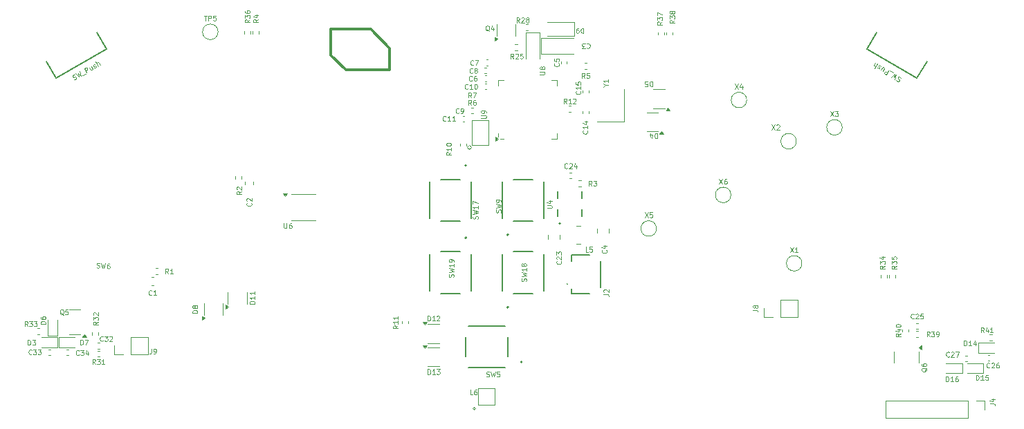
<source format=gbr>
%TF.GenerationSoftware,KiCad,Pcbnew,8.0.2*%
%TF.CreationDate,2024-10-28T19:38:45-07:00*%
%TF.ProjectId,UGC_OpenMain,5547435f-4f70-4656-9e4d-61696e2e6b69,rev?*%
%TF.SameCoordinates,Original*%
%TF.FileFunction,Legend,Top*%
%TF.FilePolarity,Positive*%
%FSLAX46Y46*%
G04 Gerber Fmt 4.6, Leading zero omitted, Abs format (unit mm)*
G04 Created by KiCad (PCBNEW 8.0.2) date 2024-10-28 19:38:45*
%MOMM*%
%LPD*%
G01*
G04 APERTURE LIST*
%ADD10C,0.100000*%
%ADD11C,0.120000*%
%ADD12C,0.350000*%
%ADD13C,0.127000*%
%ADD14C,0.200000*%
G04 APERTURE END LIST*
D10*
X272679987Y-135234560D02*
X272479987Y-134948846D01*
X272337130Y-135234560D02*
X272337130Y-134634560D01*
X272337130Y-134634560D02*
X272565701Y-134634560D01*
X272565701Y-134634560D02*
X272622844Y-134663131D01*
X272622844Y-134663131D02*
X272651415Y-134691703D01*
X272651415Y-134691703D02*
X272679987Y-134748846D01*
X272679987Y-134748846D02*
X272679987Y-134834560D01*
X272679987Y-134834560D02*
X272651415Y-134891703D01*
X272651415Y-134891703D02*
X272622844Y-134920274D01*
X272622844Y-134920274D02*
X272565701Y-134948846D01*
X272565701Y-134948846D02*
X272337130Y-134948846D01*
X272879987Y-134634560D02*
X273251415Y-134634560D01*
X273251415Y-134634560D02*
X273051415Y-134863131D01*
X273051415Y-134863131D02*
X273137130Y-134863131D01*
X273137130Y-134863131D02*
X273194273Y-134891703D01*
X273194273Y-134891703D02*
X273222844Y-134920274D01*
X273222844Y-134920274D02*
X273251415Y-134977417D01*
X273251415Y-134977417D02*
X273251415Y-135120274D01*
X273251415Y-135120274D02*
X273222844Y-135177417D01*
X273222844Y-135177417D02*
X273194273Y-135205989D01*
X273194273Y-135205989D02*
X273137130Y-135234560D01*
X273137130Y-135234560D02*
X272965701Y-135234560D01*
X272965701Y-135234560D02*
X272908558Y-135205989D01*
X272908558Y-135205989D02*
X272879987Y-135177417D01*
X273537130Y-135234560D02*
X273651416Y-135234560D01*
X273651416Y-135234560D02*
X273708559Y-135205989D01*
X273708559Y-135205989D02*
X273737130Y-135177417D01*
X273737130Y-135177417D02*
X273794273Y-135091703D01*
X273794273Y-135091703D02*
X273822844Y-134977417D01*
X273822844Y-134977417D02*
X273822844Y-134748846D01*
X273822844Y-134748846D02*
X273794273Y-134691703D01*
X273794273Y-134691703D02*
X273765702Y-134663131D01*
X273765702Y-134663131D02*
X273708559Y-134634560D01*
X273708559Y-134634560D02*
X273594273Y-134634560D01*
X273594273Y-134634560D02*
X273537130Y-134663131D01*
X273537130Y-134663131D02*
X273508559Y-134691703D01*
X273508559Y-134691703D02*
X273479987Y-134748846D01*
X273479987Y-134748846D02*
X273479987Y-134891703D01*
X273479987Y-134891703D02*
X273508559Y-134948846D01*
X273508559Y-134948846D02*
X273537130Y-134977417D01*
X273537130Y-134977417D02*
X273594273Y-135005989D01*
X273594273Y-135005989D02*
X273708559Y-135005989D01*
X273708559Y-135005989D02*
X273765702Y-134977417D01*
X273765702Y-134977417D02*
X273794273Y-134948846D01*
X273794273Y-134948846D02*
X273822844Y-134891703D01*
X233107828Y-124636199D02*
X233136400Y-124664771D01*
X233136400Y-124664771D02*
X233164971Y-124750485D01*
X233164971Y-124750485D02*
X233164971Y-124807628D01*
X233164971Y-124807628D02*
X233136400Y-124893342D01*
X233136400Y-124893342D02*
X233079257Y-124950485D01*
X233079257Y-124950485D02*
X233022114Y-124979056D01*
X233022114Y-124979056D02*
X232907828Y-125007628D01*
X232907828Y-125007628D02*
X232822114Y-125007628D01*
X232822114Y-125007628D02*
X232707828Y-124979056D01*
X232707828Y-124979056D02*
X232650685Y-124950485D01*
X232650685Y-124950485D02*
X232593542Y-124893342D01*
X232593542Y-124893342D02*
X232564971Y-124807628D01*
X232564971Y-124807628D02*
X232564971Y-124750485D01*
X232564971Y-124750485D02*
X232593542Y-124664771D01*
X232593542Y-124664771D02*
X232622114Y-124636199D01*
X232764971Y-124121914D02*
X233164971Y-124121914D01*
X232536400Y-124264771D02*
X232964971Y-124407628D01*
X232964971Y-124407628D02*
X232964971Y-124036199D01*
X268623371Y-126572914D02*
X268337657Y-126772914D01*
X268623371Y-126915771D02*
X268023371Y-126915771D01*
X268023371Y-126915771D02*
X268023371Y-126687200D01*
X268023371Y-126687200D02*
X268051942Y-126630057D01*
X268051942Y-126630057D02*
X268080514Y-126601486D01*
X268080514Y-126601486D02*
X268137657Y-126572914D01*
X268137657Y-126572914D02*
X268223371Y-126572914D01*
X268223371Y-126572914D02*
X268280514Y-126601486D01*
X268280514Y-126601486D02*
X268309085Y-126630057D01*
X268309085Y-126630057D02*
X268337657Y-126687200D01*
X268337657Y-126687200D02*
X268337657Y-126915771D01*
X268023371Y-126372914D02*
X268023371Y-126001486D01*
X268023371Y-126001486D02*
X268251942Y-126201486D01*
X268251942Y-126201486D02*
X268251942Y-126115771D01*
X268251942Y-126115771D02*
X268280514Y-126058629D01*
X268280514Y-126058629D02*
X268309085Y-126030057D01*
X268309085Y-126030057D02*
X268366228Y-126001486D01*
X268366228Y-126001486D02*
X268509085Y-126001486D01*
X268509085Y-126001486D02*
X268566228Y-126030057D01*
X268566228Y-126030057D02*
X268594800Y-126058629D01*
X268594800Y-126058629D02*
X268623371Y-126115771D01*
X268623371Y-126115771D02*
X268623371Y-126287200D01*
X268623371Y-126287200D02*
X268594800Y-126344343D01*
X268594800Y-126344343D02*
X268566228Y-126372914D01*
X268023371Y-125458628D02*
X268023371Y-125744342D01*
X268023371Y-125744342D02*
X268309085Y-125772914D01*
X268309085Y-125772914D02*
X268280514Y-125744342D01*
X268280514Y-125744342D02*
X268251942Y-125687200D01*
X268251942Y-125687200D02*
X268251942Y-125544342D01*
X268251942Y-125544342D02*
X268280514Y-125487200D01*
X268280514Y-125487200D02*
X268309085Y-125458628D01*
X268309085Y-125458628D02*
X268366228Y-125430057D01*
X268366228Y-125430057D02*
X268509085Y-125430057D01*
X268509085Y-125430057D02*
X268566228Y-125458628D01*
X268566228Y-125458628D02*
X268594800Y-125487200D01*
X268594800Y-125487200D02*
X268623371Y-125544342D01*
X268623371Y-125544342D02*
X268623371Y-125687200D01*
X268623371Y-125687200D02*
X268594800Y-125744342D01*
X268594800Y-125744342D02*
X268566228Y-125772914D01*
X179540000Y-127512371D02*
X179340000Y-127226657D01*
X179197143Y-127512371D02*
X179197143Y-126912371D01*
X179197143Y-126912371D02*
X179425714Y-126912371D01*
X179425714Y-126912371D02*
X179482857Y-126940942D01*
X179482857Y-126940942D02*
X179511428Y-126969514D01*
X179511428Y-126969514D02*
X179540000Y-127026657D01*
X179540000Y-127026657D02*
X179540000Y-127112371D01*
X179540000Y-127112371D02*
X179511428Y-127169514D01*
X179511428Y-127169514D02*
X179482857Y-127198085D01*
X179482857Y-127198085D02*
X179425714Y-127226657D01*
X179425714Y-127226657D02*
X179197143Y-127226657D01*
X180111428Y-127512371D02*
X179768571Y-127512371D01*
X179940000Y-127512371D02*
X179940000Y-126912371D01*
X179940000Y-126912371D02*
X179882857Y-126998085D01*
X179882857Y-126998085D02*
X179825714Y-127055228D01*
X179825714Y-127055228D02*
X179768571Y-127083800D01*
X280039728Y-139004860D02*
X280011156Y-139033432D01*
X280011156Y-139033432D02*
X279925442Y-139062003D01*
X279925442Y-139062003D02*
X279868299Y-139062003D01*
X279868299Y-139062003D02*
X279782585Y-139033432D01*
X279782585Y-139033432D02*
X279725442Y-138976289D01*
X279725442Y-138976289D02*
X279696871Y-138919146D01*
X279696871Y-138919146D02*
X279668299Y-138804860D01*
X279668299Y-138804860D02*
X279668299Y-138719146D01*
X279668299Y-138719146D02*
X279696871Y-138604860D01*
X279696871Y-138604860D02*
X279725442Y-138547717D01*
X279725442Y-138547717D02*
X279782585Y-138490574D01*
X279782585Y-138490574D02*
X279868299Y-138462003D01*
X279868299Y-138462003D02*
X279925442Y-138462003D01*
X279925442Y-138462003D02*
X280011156Y-138490574D01*
X280011156Y-138490574D02*
X280039728Y-138519146D01*
X280268299Y-138519146D02*
X280296871Y-138490574D01*
X280296871Y-138490574D02*
X280354014Y-138462003D01*
X280354014Y-138462003D02*
X280496871Y-138462003D01*
X280496871Y-138462003D02*
X280554014Y-138490574D01*
X280554014Y-138490574D02*
X280582585Y-138519146D01*
X280582585Y-138519146D02*
X280611156Y-138576289D01*
X280611156Y-138576289D02*
X280611156Y-138633432D01*
X280611156Y-138633432D02*
X280582585Y-138719146D01*
X280582585Y-138719146D02*
X280239728Y-139062003D01*
X280239728Y-139062003D02*
X280611156Y-139062003D01*
X281125443Y-138462003D02*
X281011157Y-138462003D01*
X281011157Y-138462003D02*
X280954014Y-138490574D01*
X280954014Y-138490574D02*
X280925443Y-138519146D01*
X280925443Y-138519146D02*
X280868300Y-138604860D01*
X280868300Y-138604860D02*
X280839728Y-138719146D01*
X280839728Y-138719146D02*
X280839728Y-138947717D01*
X280839728Y-138947717D02*
X280868300Y-139004860D01*
X280868300Y-139004860D02*
X280896871Y-139033432D01*
X280896871Y-139033432D02*
X280954014Y-139062003D01*
X280954014Y-139062003D02*
X281068300Y-139062003D01*
X281068300Y-139062003D02*
X281125443Y-139033432D01*
X281125443Y-139033432D02*
X281154014Y-139004860D01*
X281154014Y-139004860D02*
X281182585Y-138947717D01*
X281182585Y-138947717D02*
X281182585Y-138804860D01*
X281182585Y-138804860D02*
X281154014Y-138747717D01*
X281154014Y-138747717D02*
X281125443Y-138719146D01*
X281125443Y-138719146D02*
X281068300Y-138690574D01*
X281068300Y-138690574D02*
X280954014Y-138690574D01*
X280954014Y-138690574D02*
X280896871Y-138719146D01*
X280896871Y-138719146D02*
X280868300Y-138747717D01*
X280868300Y-138747717D02*
X280839728Y-138804860D01*
X230481200Y-103550371D02*
X230281200Y-103264657D01*
X230138343Y-103550371D02*
X230138343Y-102950371D01*
X230138343Y-102950371D02*
X230366914Y-102950371D01*
X230366914Y-102950371D02*
X230424057Y-102978942D01*
X230424057Y-102978942D02*
X230452628Y-103007514D01*
X230452628Y-103007514D02*
X230481200Y-103064657D01*
X230481200Y-103064657D02*
X230481200Y-103150371D01*
X230481200Y-103150371D02*
X230452628Y-103207514D01*
X230452628Y-103207514D02*
X230424057Y-103236085D01*
X230424057Y-103236085D02*
X230366914Y-103264657D01*
X230366914Y-103264657D02*
X230138343Y-103264657D01*
X231024057Y-102950371D02*
X230738343Y-102950371D01*
X230738343Y-102950371D02*
X230709771Y-103236085D01*
X230709771Y-103236085D02*
X230738343Y-103207514D01*
X230738343Y-103207514D02*
X230795486Y-103178942D01*
X230795486Y-103178942D02*
X230938343Y-103178942D01*
X230938343Y-103178942D02*
X230995486Y-103207514D01*
X230995486Y-103207514D02*
X231024057Y-103236085D01*
X231024057Y-103236085D02*
X231052628Y-103293228D01*
X231052628Y-103293228D02*
X231052628Y-103436085D01*
X231052628Y-103436085D02*
X231024057Y-103493228D01*
X231024057Y-103493228D02*
X230995486Y-103521800D01*
X230995486Y-103521800D02*
X230938343Y-103550371D01*
X230938343Y-103550371D02*
X230795486Y-103550371D01*
X230795486Y-103550371D02*
X230738343Y-103521800D01*
X230738343Y-103521800D02*
X230709771Y-103493228D01*
X275074285Y-137665228D02*
X275045713Y-137693800D01*
X275045713Y-137693800D02*
X274959999Y-137722371D01*
X274959999Y-137722371D02*
X274902856Y-137722371D01*
X274902856Y-137722371D02*
X274817142Y-137693800D01*
X274817142Y-137693800D02*
X274759999Y-137636657D01*
X274759999Y-137636657D02*
X274731428Y-137579514D01*
X274731428Y-137579514D02*
X274702856Y-137465228D01*
X274702856Y-137465228D02*
X274702856Y-137379514D01*
X274702856Y-137379514D02*
X274731428Y-137265228D01*
X274731428Y-137265228D02*
X274759999Y-137208085D01*
X274759999Y-137208085D02*
X274817142Y-137150942D01*
X274817142Y-137150942D02*
X274902856Y-137122371D01*
X274902856Y-137122371D02*
X274959999Y-137122371D01*
X274959999Y-137122371D02*
X275045713Y-137150942D01*
X275045713Y-137150942D02*
X275074285Y-137179514D01*
X275302856Y-137179514D02*
X275331428Y-137150942D01*
X275331428Y-137150942D02*
X275388571Y-137122371D01*
X275388571Y-137122371D02*
X275531428Y-137122371D01*
X275531428Y-137122371D02*
X275588571Y-137150942D01*
X275588571Y-137150942D02*
X275617142Y-137179514D01*
X275617142Y-137179514D02*
X275645713Y-137236657D01*
X275645713Y-137236657D02*
X275645713Y-137293800D01*
X275645713Y-137293800D02*
X275617142Y-137379514D01*
X275617142Y-137379514D02*
X275274285Y-137722371D01*
X275274285Y-137722371D02*
X275645713Y-137722371D01*
X275845714Y-137122371D02*
X276245714Y-137122371D01*
X276245714Y-137122371D02*
X275988571Y-137722371D01*
X241466826Y-96466211D02*
X241181112Y-96666211D01*
X241466826Y-96809068D02*
X240866826Y-96809068D01*
X240866826Y-96809068D02*
X240866826Y-96580497D01*
X240866826Y-96580497D02*
X240895397Y-96523354D01*
X240895397Y-96523354D02*
X240923969Y-96494783D01*
X240923969Y-96494783D02*
X240981112Y-96466211D01*
X240981112Y-96466211D02*
X241066826Y-96466211D01*
X241066826Y-96466211D02*
X241123969Y-96494783D01*
X241123969Y-96494783D02*
X241152540Y-96523354D01*
X241152540Y-96523354D02*
X241181112Y-96580497D01*
X241181112Y-96580497D02*
X241181112Y-96809068D01*
X240866826Y-96266211D02*
X240866826Y-95894783D01*
X240866826Y-95894783D02*
X241095397Y-96094783D01*
X241095397Y-96094783D02*
X241095397Y-96009068D01*
X241095397Y-96009068D02*
X241123969Y-95951926D01*
X241123969Y-95951926D02*
X241152540Y-95923354D01*
X241152540Y-95923354D02*
X241209683Y-95894783D01*
X241209683Y-95894783D02*
X241352540Y-95894783D01*
X241352540Y-95894783D02*
X241409683Y-95923354D01*
X241409683Y-95923354D02*
X241438255Y-95951926D01*
X241438255Y-95951926D02*
X241466826Y-96009068D01*
X241466826Y-96009068D02*
X241466826Y-96180497D01*
X241466826Y-96180497D02*
X241438255Y-96237640D01*
X241438255Y-96237640D02*
X241409683Y-96266211D01*
X241123969Y-95551925D02*
X241095397Y-95609068D01*
X241095397Y-95609068D02*
X241066826Y-95637639D01*
X241066826Y-95637639D02*
X241009683Y-95666211D01*
X241009683Y-95666211D02*
X240981112Y-95666211D01*
X240981112Y-95666211D02*
X240923969Y-95637639D01*
X240923969Y-95637639D02*
X240895397Y-95609068D01*
X240895397Y-95609068D02*
X240866826Y-95551925D01*
X240866826Y-95551925D02*
X240866826Y-95437639D01*
X240866826Y-95437639D02*
X240895397Y-95380497D01*
X240895397Y-95380497D02*
X240923969Y-95351925D01*
X240923969Y-95351925D02*
X240981112Y-95323354D01*
X240981112Y-95323354D02*
X241009683Y-95323354D01*
X241009683Y-95323354D02*
X241066826Y-95351925D01*
X241066826Y-95351925D02*
X241095397Y-95380497D01*
X241095397Y-95380497D02*
X241123969Y-95437639D01*
X241123969Y-95437639D02*
X241123969Y-95551925D01*
X241123969Y-95551925D02*
X241152540Y-95609068D01*
X241152540Y-95609068D02*
X241181112Y-95637639D01*
X241181112Y-95637639D02*
X241238255Y-95666211D01*
X241238255Y-95666211D02*
X241352540Y-95666211D01*
X241352540Y-95666211D02*
X241409683Y-95637639D01*
X241409683Y-95637639D02*
X241438255Y-95609068D01*
X241438255Y-95609068D02*
X241466826Y-95551925D01*
X241466826Y-95551925D02*
X241466826Y-95437639D01*
X241466826Y-95437639D02*
X241438255Y-95380497D01*
X241438255Y-95380497D02*
X241409683Y-95351925D01*
X241409683Y-95351925D02*
X241352540Y-95323354D01*
X241352540Y-95323354D02*
X241238255Y-95323354D01*
X241238255Y-95323354D02*
X241181112Y-95351925D01*
X241181112Y-95351925D02*
X241152540Y-95380497D01*
X241152540Y-95380497D02*
X241123969Y-95437639D01*
X162784285Y-137375228D02*
X162755713Y-137403800D01*
X162755713Y-137403800D02*
X162669999Y-137432371D01*
X162669999Y-137432371D02*
X162612856Y-137432371D01*
X162612856Y-137432371D02*
X162527142Y-137403800D01*
X162527142Y-137403800D02*
X162469999Y-137346657D01*
X162469999Y-137346657D02*
X162441428Y-137289514D01*
X162441428Y-137289514D02*
X162412856Y-137175228D01*
X162412856Y-137175228D02*
X162412856Y-137089514D01*
X162412856Y-137089514D02*
X162441428Y-136975228D01*
X162441428Y-136975228D02*
X162469999Y-136918085D01*
X162469999Y-136918085D02*
X162527142Y-136860942D01*
X162527142Y-136860942D02*
X162612856Y-136832371D01*
X162612856Y-136832371D02*
X162669999Y-136832371D01*
X162669999Y-136832371D02*
X162755713Y-136860942D01*
X162755713Y-136860942D02*
X162784285Y-136889514D01*
X162984285Y-136832371D02*
X163355713Y-136832371D01*
X163355713Y-136832371D02*
X163155713Y-137060942D01*
X163155713Y-137060942D02*
X163241428Y-137060942D01*
X163241428Y-137060942D02*
X163298571Y-137089514D01*
X163298571Y-137089514D02*
X163327142Y-137118085D01*
X163327142Y-137118085D02*
X163355713Y-137175228D01*
X163355713Y-137175228D02*
X163355713Y-137318085D01*
X163355713Y-137318085D02*
X163327142Y-137375228D01*
X163327142Y-137375228D02*
X163298571Y-137403800D01*
X163298571Y-137403800D02*
X163241428Y-137432371D01*
X163241428Y-137432371D02*
X163069999Y-137432371D01*
X163069999Y-137432371D02*
X163012856Y-137403800D01*
X163012856Y-137403800D02*
X162984285Y-137375228D01*
X163555714Y-136832371D02*
X163927142Y-136832371D01*
X163927142Y-136832371D02*
X163727142Y-137060942D01*
X163727142Y-137060942D02*
X163812857Y-137060942D01*
X163812857Y-137060942D02*
X163870000Y-137089514D01*
X163870000Y-137089514D02*
X163898571Y-137118085D01*
X163898571Y-137118085D02*
X163927142Y-137175228D01*
X163927142Y-137175228D02*
X163927142Y-137318085D01*
X163927142Y-137318085D02*
X163898571Y-137375228D01*
X163898571Y-137375228D02*
X163870000Y-137403800D01*
X163870000Y-137403800D02*
X163812857Y-137432371D01*
X163812857Y-137432371D02*
X163641428Y-137432371D01*
X163641428Y-137432371D02*
X163584285Y-137403800D01*
X163584285Y-137403800D02*
X163555714Y-137375228D01*
X251069571Y-131975200D02*
X251498142Y-131975200D01*
X251498142Y-131975200D02*
X251583857Y-132003771D01*
X251583857Y-132003771D02*
X251641000Y-132060914D01*
X251641000Y-132060914D02*
X251669571Y-132146628D01*
X251669571Y-132146628D02*
X251669571Y-132203771D01*
X251326714Y-131603771D02*
X251298142Y-131660914D01*
X251298142Y-131660914D02*
X251269571Y-131689485D01*
X251269571Y-131689485D02*
X251212428Y-131718057D01*
X251212428Y-131718057D02*
X251183857Y-131718057D01*
X251183857Y-131718057D02*
X251126714Y-131689485D01*
X251126714Y-131689485D02*
X251098142Y-131660914D01*
X251098142Y-131660914D02*
X251069571Y-131603771D01*
X251069571Y-131603771D02*
X251069571Y-131489485D01*
X251069571Y-131489485D02*
X251098142Y-131432343D01*
X251098142Y-131432343D02*
X251126714Y-131403771D01*
X251126714Y-131403771D02*
X251183857Y-131375200D01*
X251183857Y-131375200D02*
X251212428Y-131375200D01*
X251212428Y-131375200D02*
X251269571Y-131403771D01*
X251269571Y-131403771D02*
X251298142Y-131432343D01*
X251298142Y-131432343D02*
X251326714Y-131489485D01*
X251326714Y-131489485D02*
X251326714Y-131603771D01*
X251326714Y-131603771D02*
X251355285Y-131660914D01*
X251355285Y-131660914D02*
X251383857Y-131689485D01*
X251383857Y-131689485D02*
X251441000Y-131718057D01*
X251441000Y-131718057D02*
X251555285Y-131718057D01*
X251555285Y-131718057D02*
X251612428Y-131689485D01*
X251612428Y-131689485D02*
X251641000Y-131660914D01*
X251641000Y-131660914D02*
X251669571Y-131603771D01*
X251669571Y-131603771D02*
X251669571Y-131489485D01*
X251669571Y-131489485D02*
X251641000Y-131432343D01*
X251641000Y-131432343D02*
X251612428Y-131403771D01*
X251612428Y-131403771D02*
X251555285Y-131375200D01*
X251555285Y-131375200D02*
X251441000Y-131375200D01*
X251441000Y-131375200D02*
X251383857Y-131403771D01*
X251383857Y-131403771D02*
X251355285Y-131432343D01*
X251355285Y-131432343D02*
X251326714Y-131489485D01*
X230887600Y-124859371D02*
X230601886Y-124859371D01*
X230601886Y-124859371D02*
X230601886Y-124259371D01*
X231373314Y-124259371D02*
X231087600Y-124259371D01*
X231087600Y-124259371D02*
X231059028Y-124545085D01*
X231059028Y-124545085D02*
X231087600Y-124516514D01*
X231087600Y-124516514D02*
X231144743Y-124487942D01*
X231144743Y-124487942D02*
X231287600Y-124487942D01*
X231287600Y-124487942D02*
X231344743Y-124516514D01*
X231344743Y-124516514D02*
X231373314Y-124545085D01*
X231373314Y-124545085D02*
X231401885Y-124602228D01*
X231401885Y-124602228D02*
X231401885Y-124745085D01*
X231401885Y-124745085D02*
X231373314Y-124802228D01*
X231373314Y-124802228D02*
X231344743Y-124830800D01*
X231344743Y-124830800D02*
X231287600Y-124859371D01*
X231287600Y-124859371D02*
X231144743Y-124859371D01*
X231144743Y-124859371D02*
X231087600Y-124830800D01*
X231087600Y-124830800D02*
X231059028Y-124802228D01*
X216594671Y-106851954D02*
X216394671Y-106566240D01*
X216251814Y-106851954D02*
X216251814Y-106251954D01*
X216251814Y-106251954D02*
X216480385Y-106251954D01*
X216480385Y-106251954D02*
X216537528Y-106280525D01*
X216537528Y-106280525D02*
X216566099Y-106309097D01*
X216566099Y-106309097D02*
X216594671Y-106366240D01*
X216594671Y-106366240D02*
X216594671Y-106451954D01*
X216594671Y-106451954D02*
X216566099Y-106509097D01*
X216566099Y-106509097D02*
X216537528Y-106537668D01*
X216537528Y-106537668D02*
X216480385Y-106566240D01*
X216480385Y-106566240D02*
X216251814Y-106566240D01*
X217108957Y-106251954D02*
X216994671Y-106251954D01*
X216994671Y-106251954D02*
X216937528Y-106280525D01*
X216937528Y-106280525D02*
X216908957Y-106309097D01*
X216908957Y-106309097D02*
X216851814Y-106394811D01*
X216851814Y-106394811D02*
X216823242Y-106509097D01*
X216823242Y-106509097D02*
X216823242Y-106737668D01*
X216823242Y-106737668D02*
X216851814Y-106794811D01*
X216851814Y-106794811D02*
X216880385Y-106823383D01*
X216880385Y-106823383D02*
X216937528Y-106851954D01*
X216937528Y-106851954D02*
X217051814Y-106851954D01*
X217051814Y-106851954D02*
X217108957Y-106823383D01*
X217108957Y-106823383D02*
X217137528Y-106794811D01*
X217137528Y-106794811D02*
X217166099Y-106737668D01*
X217166099Y-106737668D02*
X217166099Y-106594811D01*
X217166099Y-106594811D02*
X217137528Y-106537668D01*
X217137528Y-106537668D02*
X217108957Y-106509097D01*
X217108957Y-106509097D02*
X217051814Y-106480525D01*
X217051814Y-106480525D02*
X216937528Y-106480525D01*
X216937528Y-106480525D02*
X216880385Y-106509097D01*
X216880385Y-106509097D02*
X216851814Y-106537668D01*
X216851814Y-106537668D02*
X216823242Y-106594811D01*
X229935228Y-105165714D02*
X229963800Y-105194286D01*
X229963800Y-105194286D02*
X229992371Y-105280000D01*
X229992371Y-105280000D02*
X229992371Y-105337143D01*
X229992371Y-105337143D02*
X229963800Y-105422857D01*
X229963800Y-105422857D02*
X229906657Y-105480000D01*
X229906657Y-105480000D02*
X229849514Y-105508571D01*
X229849514Y-105508571D02*
X229735228Y-105537143D01*
X229735228Y-105537143D02*
X229649514Y-105537143D01*
X229649514Y-105537143D02*
X229535228Y-105508571D01*
X229535228Y-105508571D02*
X229478085Y-105480000D01*
X229478085Y-105480000D02*
X229420942Y-105422857D01*
X229420942Y-105422857D02*
X229392371Y-105337143D01*
X229392371Y-105337143D02*
X229392371Y-105280000D01*
X229392371Y-105280000D02*
X229420942Y-105194286D01*
X229420942Y-105194286D02*
X229449514Y-105165714D01*
X229992371Y-104594286D02*
X229992371Y-104937143D01*
X229992371Y-104765714D02*
X229392371Y-104765714D01*
X229392371Y-104765714D02*
X229478085Y-104822857D01*
X229478085Y-104822857D02*
X229535228Y-104880000D01*
X229535228Y-104880000D02*
X229563800Y-104937143D01*
X229392371Y-104051428D02*
X229392371Y-104337142D01*
X229392371Y-104337142D02*
X229678085Y-104365714D01*
X229678085Y-104365714D02*
X229649514Y-104337142D01*
X229649514Y-104337142D02*
X229620942Y-104280000D01*
X229620942Y-104280000D02*
X229620942Y-104137142D01*
X229620942Y-104137142D02*
X229649514Y-104080000D01*
X229649514Y-104080000D02*
X229678085Y-104051428D01*
X229678085Y-104051428D02*
X229735228Y-104022857D01*
X229735228Y-104022857D02*
X229878085Y-104022857D01*
X229878085Y-104022857D02*
X229935228Y-104051428D01*
X229935228Y-104051428D02*
X229963800Y-104080000D01*
X229963800Y-104080000D02*
X229992371Y-104137142D01*
X229992371Y-104137142D02*
X229992371Y-104280000D01*
X229992371Y-104280000D02*
X229963800Y-104337142D01*
X229963800Y-104337142D02*
X229935228Y-104365714D01*
X168757143Y-136212371D02*
X168757143Y-135612371D01*
X168757143Y-135612371D02*
X168900000Y-135612371D01*
X168900000Y-135612371D02*
X168985714Y-135640942D01*
X168985714Y-135640942D02*
X169042857Y-135698085D01*
X169042857Y-135698085D02*
X169071428Y-135755228D01*
X169071428Y-135755228D02*
X169100000Y-135869514D01*
X169100000Y-135869514D02*
X169100000Y-135955228D01*
X169100000Y-135955228D02*
X169071428Y-136069514D01*
X169071428Y-136069514D02*
X169042857Y-136126657D01*
X169042857Y-136126657D02*
X168985714Y-136183800D01*
X168985714Y-136183800D02*
X168900000Y-136212371D01*
X168900000Y-136212371D02*
X168757143Y-136212371D01*
X169300000Y-135612371D02*
X169700000Y-135612371D01*
X169700000Y-135612371D02*
X169442857Y-136212371D01*
X228254285Y-106672371D02*
X228054285Y-106386657D01*
X227911428Y-106672371D02*
X227911428Y-106072371D01*
X227911428Y-106072371D02*
X228139999Y-106072371D01*
X228139999Y-106072371D02*
X228197142Y-106100942D01*
X228197142Y-106100942D02*
X228225713Y-106129514D01*
X228225713Y-106129514D02*
X228254285Y-106186657D01*
X228254285Y-106186657D02*
X228254285Y-106272371D01*
X228254285Y-106272371D02*
X228225713Y-106329514D01*
X228225713Y-106329514D02*
X228197142Y-106358085D01*
X228197142Y-106358085D02*
X228139999Y-106386657D01*
X228139999Y-106386657D02*
X227911428Y-106386657D01*
X228825713Y-106672371D02*
X228482856Y-106672371D01*
X228654285Y-106672371D02*
X228654285Y-106072371D01*
X228654285Y-106072371D02*
X228597142Y-106158085D01*
X228597142Y-106158085D02*
X228539999Y-106215228D01*
X228539999Y-106215228D02*
X228482856Y-106243800D01*
X229054285Y-106129514D02*
X229082857Y-106100942D01*
X229082857Y-106100942D02*
X229140000Y-106072371D01*
X229140000Y-106072371D02*
X229282857Y-106072371D01*
X229282857Y-106072371D02*
X229340000Y-106100942D01*
X229340000Y-106100942D02*
X229368571Y-106129514D01*
X229368571Y-106129514D02*
X229397142Y-106186657D01*
X229397142Y-106186657D02*
X229397142Y-106243800D01*
X229397142Y-106243800D02*
X229368571Y-106329514D01*
X229368571Y-106329514D02*
X229025714Y-106672371D01*
X229025714Y-106672371D02*
X229397142Y-106672371D01*
X279319085Y-134739971D02*
X279119085Y-134454257D01*
X278976228Y-134739971D02*
X278976228Y-134139971D01*
X278976228Y-134139971D02*
X279204799Y-134139971D01*
X279204799Y-134139971D02*
X279261942Y-134168542D01*
X279261942Y-134168542D02*
X279290513Y-134197114D01*
X279290513Y-134197114D02*
X279319085Y-134254257D01*
X279319085Y-134254257D02*
X279319085Y-134339971D01*
X279319085Y-134339971D02*
X279290513Y-134397114D01*
X279290513Y-134397114D02*
X279261942Y-134425685D01*
X279261942Y-134425685D02*
X279204799Y-134454257D01*
X279204799Y-134454257D02*
X278976228Y-134454257D01*
X279833371Y-134339971D02*
X279833371Y-134739971D01*
X279690513Y-134111400D02*
X279547656Y-134539971D01*
X279547656Y-134539971D02*
X279919085Y-134539971D01*
X280461942Y-134739971D02*
X280119085Y-134739971D01*
X280290514Y-134739971D02*
X280290514Y-134139971D01*
X280290514Y-134139971D02*
X280233371Y-134225685D01*
X280233371Y-134225685D02*
X280176228Y-134282828D01*
X280176228Y-134282828D02*
X280119085Y-134311400D01*
X213487981Y-108767378D02*
X213459409Y-108795950D01*
X213459409Y-108795950D02*
X213373695Y-108824521D01*
X213373695Y-108824521D02*
X213316552Y-108824521D01*
X213316552Y-108824521D02*
X213230838Y-108795950D01*
X213230838Y-108795950D02*
X213173695Y-108738807D01*
X213173695Y-108738807D02*
X213145124Y-108681664D01*
X213145124Y-108681664D02*
X213116552Y-108567378D01*
X213116552Y-108567378D02*
X213116552Y-108481664D01*
X213116552Y-108481664D02*
X213145124Y-108367378D01*
X213145124Y-108367378D02*
X213173695Y-108310235D01*
X213173695Y-108310235D02*
X213230838Y-108253092D01*
X213230838Y-108253092D02*
X213316552Y-108224521D01*
X213316552Y-108224521D02*
X213373695Y-108224521D01*
X213373695Y-108224521D02*
X213459409Y-108253092D01*
X213459409Y-108253092D02*
X213487981Y-108281664D01*
X214059409Y-108824521D02*
X213716552Y-108824521D01*
X213887981Y-108824521D02*
X213887981Y-108224521D01*
X213887981Y-108224521D02*
X213830838Y-108310235D01*
X213830838Y-108310235D02*
X213773695Y-108367378D01*
X213773695Y-108367378D02*
X213716552Y-108395950D01*
X214630838Y-108824521D02*
X214287981Y-108824521D01*
X214459410Y-108824521D02*
X214459410Y-108224521D01*
X214459410Y-108224521D02*
X214402267Y-108310235D01*
X214402267Y-108310235D02*
X214345124Y-108367378D01*
X214345124Y-108367378D02*
X214287981Y-108395950D01*
X166719257Y-132587314D02*
X166662114Y-132558742D01*
X166662114Y-132558742D02*
X166604971Y-132501600D01*
X166604971Y-132501600D02*
X166519257Y-132415885D01*
X166519257Y-132415885D02*
X166462114Y-132387314D01*
X166462114Y-132387314D02*
X166404971Y-132387314D01*
X166433542Y-132530171D02*
X166376400Y-132501600D01*
X166376400Y-132501600D02*
X166319257Y-132444457D01*
X166319257Y-132444457D02*
X166290685Y-132330171D01*
X166290685Y-132330171D02*
X166290685Y-132130171D01*
X166290685Y-132130171D02*
X166319257Y-132015885D01*
X166319257Y-132015885D02*
X166376400Y-131958742D01*
X166376400Y-131958742D02*
X166433542Y-131930171D01*
X166433542Y-131930171D02*
X166547828Y-131930171D01*
X166547828Y-131930171D02*
X166604971Y-131958742D01*
X166604971Y-131958742D02*
X166662114Y-132015885D01*
X166662114Y-132015885D02*
X166690685Y-132130171D01*
X166690685Y-132130171D02*
X166690685Y-132330171D01*
X166690685Y-132330171D02*
X166662114Y-132444457D01*
X166662114Y-132444457D02*
X166604971Y-132501600D01*
X166604971Y-132501600D02*
X166547828Y-132530171D01*
X166547828Y-132530171D02*
X166433542Y-132530171D01*
X167233542Y-131930171D02*
X166947828Y-131930171D01*
X166947828Y-131930171D02*
X166919256Y-132215885D01*
X166919256Y-132215885D02*
X166947828Y-132187314D01*
X166947828Y-132187314D02*
X167004971Y-132158742D01*
X167004971Y-132158742D02*
X167147828Y-132158742D01*
X167147828Y-132158742D02*
X167204971Y-132187314D01*
X167204971Y-132187314D02*
X167233542Y-132215885D01*
X167233542Y-132215885D02*
X167262113Y-132273028D01*
X167262113Y-132273028D02*
X167262113Y-132415885D01*
X167262113Y-132415885D02*
X167233542Y-132473028D01*
X167233542Y-132473028D02*
X167204971Y-132501600D01*
X167204971Y-132501600D02*
X167147828Y-132530171D01*
X167147828Y-132530171D02*
X167004971Y-132530171D01*
X167004971Y-132530171D02*
X166947828Y-132501600D01*
X166947828Y-132501600D02*
X166919256Y-132473028D01*
X230731999Y-99352771D02*
X230760571Y-99324200D01*
X230760571Y-99324200D02*
X230846285Y-99295628D01*
X230846285Y-99295628D02*
X230903428Y-99295628D01*
X230903428Y-99295628D02*
X230989142Y-99324200D01*
X230989142Y-99324200D02*
X231046285Y-99381342D01*
X231046285Y-99381342D02*
X231074856Y-99438485D01*
X231074856Y-99438485D02*
X231103428Y-99552771D01*
X231103428Y-99552771D02*
X231103428Y-99638485D01*
X231103428Y-99638485D02*
X231074856Y-99752771D01*
X231074856Y-99752771D02*
X231046285Y-99809914D01*
X231046285Y-99809914D02*
X230989142Y-99867057D01*
X230989142Y-99867057D02*
X230903428Y-99895628D01*
X230903428Y-99895628D02*
X230846285Y-99895628D01*
X230846285Y-99895628D02*
X230760571Y-99867057D01*
X230760571Y-99867057D02*
X230731999Y-99838485D01*
X230531999Y-99895628D02*
X230160571Y-99895628D01*
X230160571Y-99895628D02*
X230360571Y-99667057D01*
X230360571Y-99667057D02*
X230274856Y-99667057D01*
X230274856Y-99667057D02*
X230217714Y-99638485D01*
X230217714Y-99638485D02*
X230189142Y-99609914D01*
X230189142Y-99609914D02*
X230160571Y-99552771D01*
X230160571Y-99552771D02*
X230160571Y-99409914D01*
X230160571Y-99409914D02*
X230189142Y-99352771D01*
X230189142Y-99352771D02*
X230217714Y-99324200D01*
X230217714Y-99324200D02*
X230274856Y-99295628D01*
X230274856Y-99295628D02*
X230446285Y-99295628D01*
X230446285Y-99295628D02*
X230503428Y-99324200D01*
X230503428Y-99324200D02*
X230531999Y-99352771D01*
X267200971Y-126547514D02*
X266915257Y-126747514D01*
X267200971Y-126890371D02*
X266600971Y-126890371D01*
X266600971Y-126890371D02*
X266600971Y-126661800D01*
X266600971Y-126661800D02*
X266629542Y-126604657D01*
X266629542Y-126604657D02*
X266658114Y-126576086D01*
X266658114Y-126576086D02*
X266715257Y-126547514D01*
X266715257Y-126547514D02*
X266800971Y-126547514D01*
X266800971Y-126547514D02*
X266858114Y-126576086D01*
X266858114Y-126576086D02*
X266886685Y-126604657D01*
X266886685Y-126604657D02*
X266915257Y-126661800D01*
X266915257Y-126661800D02*
X266915257Y-126890371D01*
X266600971Y-126347514D02*
X266600971Y-125976086D01*
X266600971Y-125976086D02*
X266829542Y-126176086D01*
X266829542Y-126176086D02*
X266829542Y-126090371D01*
X266829542Y-126090371D02*
X266858114Y-126033229D01*
X266858114Y-126033229D02*
X266886685Y-126004657D01*
X266886685Y-126004657D02*
X266943828Y-125976086D01*
X266943828Y-125976086D02*
X267086685Y-125976086D01*
X267086685Y-125976086D02*
X267143828Y-126004657D01*
X267143828Y-126004657D02*
X267172400Y-126033229D01*
X267172400Y-126033229D02*
X267200971Y-126090371D01*
X267200971Y-126090371D02*
X267200971Y-126261800D01*
X267200971Y-126261800D02*
X267172400Y-126318943D01*
X267172400Y-126318943D02*
X267143828Y-126347514D01*
X266800971Y-125461800D02*
X267200971Y-125461800D01*
X266572400Y-125604657D02*
X267000971Y-125747514D01*
X267000971Y-125747514D02*
X267000971Y-125376085D01*
X231340000Y-116762371D02*
X231140000Y-116476657D01*
X230997143Y-116762371D02*
X230997143Y-116162371D01*
X230997143Y-116162371D02*
X231225714Y-116162371D01*
X231225714Y-116162371D02*
X231282857Y-116190942D01*
X231282857Y-116190942D02*
X231311428Y-116219514D01*
X231311428Y-116219514D02*
X231340000Y-116276657D01*
X231340000Y-116276657D02*
X231340000Y-116362371D01*
X231340000Y-116362371D02*
X231311428Y-116419514D01*
X231311428Y-116419514D02*
X231282857Y-116448085D01*
X231282857Y-116448085D02*
X231225714Y-116476657D01*
X231225714Y-116476657D02*
X230997143Y-116476657D01*
X231540000Y-116162371D02*
X231911428Y-116162371D01*
X231911428Y-116162371D02*
X231711428Y-116390942D01*
X231711428Y-116390942D02*
X231797143Y-116390942D01*
X231797143Y-116390942D02*
X231854286Y-116419514D01*
X231854286Y-116419514D02*
X231882857Y-116448085D01*
X231882857Y-116448085D02*
X231911428Y-116505228D01*
X231911428Y-116505228D02*
X231911428Y-116648085D01*
X231911428Y-116648085D02*
X231882857Y-116705228D01*
X231882857Y-116705228D02*
X231854286Y-116733800D01*
X231854286Y-116733800D02*
X231797143Y-116762371D01*
X231797143Y-116762371D02*
X231625714Y-116762371D01*
X231625714Y-116762371D02*
X231568571Y-116733800D01*
X231568571Y-116733800D02*
X231540000Y-116705228D01*
X239959884Y-96654579D02*
X239674170Y-96854579D01*
X239959884Y-96997436D02*
X239359884Y-96997436D01*
X239359884Y-96997436D02*
X239359884Y-96768865D01*
X239359884Y-96768865D02*
X239388455Y-96711722D01*
X239388455Y-96711722D02*
X239417027Y-96683151D01*
X239417027Y-96683151D02*
X239474170Y-96654579D01*
X239474170Y-96654579D02*
X239559884Y-96654579D01*
X239559884Y-96654579D02*
X239617027Y-96683151D01*
X239617027Y-96683151D02*
X239645598Y-96711722D01*
X239645598Y-96711722D02*
X239674170Y-96768865D01*
X239674170Y-96768865D02*
X239674170Y-96997436D01*
X239359884Y-96454579D02*
X239359884Y-96083151D01*
X239359884Y-96083151D02*
X239588455Y-96283151D01*
X239588455Y-96283151D02*
X239588455Y-96197436D01*
X239588455Y-96197436D02*
X239617027Y-96140294D01*
X239617027Y-96140294D02*
X239645598Y-96111722D01*
X239645598Y-96111722D02*
X239702741Y-96083151D01*
X239702741Y-96083151D02*
X239845598Y-96083151D01*
X239845598Y-96083151D02*
X239902741Y-96111722D01*
X239902741Y-96111722D02*
X239931313Y-96140294D01*
X239931313Y-96140294D02*
X239959884Y-96197436D01*
X239959884Y-96197436D02*
X239959884Y-96368865D01*
X239959884Y-96368865D02*
X239931313Y-96426008D01*
X239931313Y-96426008D02*
X239902741Y-96454579D01*
X239359884Y-95883150D02*
X239359884Y-95483150D01*
X239359884Y-95483150D02*
X239959884Y-95740293D01*
X171524285Y-135725228D02*
X171495713Y-135753800D01*
X171495713Y-135753800D02*
X171409999Y-135782371D01*
X171409999Y-135782371D02*
X171352856Y-135782371D01*
X171352856Y-135782371D02*
X171267142Y-135753800D01*
X171267142Y-135753800D02*
X171209999Y-135696657D01*
X171209999Y-135696657D02*
X171181428Y-135639514D01*
X171181428Y-135639514D02*
X171152856Y-135525228D01*
X171152856Y-135525228D02*
X171152856Y-135439514D01*
X171152856Y-135439514D02*
X171181428Y-135325228D01*
X171181428Y-135325228D02*
X171209999Y-135268085D01*
X171209999Y-135268085D02*
X171267142Y-135210942D01*
X171267142Y-135210942D02*
X171352856Y-135182371D01*
X171352856Y-135182371D02*
X171409999Y-135182371D01*
X171409999Y-135182371D02*
X171495713Y-135210942D01*
X171495713Y-135210942D02*
X171524285Y-135239514D01*
X171724285Y-135182371D02*
X172095713Y-135182371D01*
X172095713Y-135182371D02*
X171895713Y-135410942D01*
X171895713Y-135410942D02*
X171981428Y-135410942D01*
X171981428Y-135410942D02*
X172038571Y-135439514D01*
X172038571Y-135439514D02*
X172067142Y-135468085D01*
X172067142Y-135468085D02*
X172095713Y-135525228D01*
X172095713Y-135525228D02*
X172095713Y-135668085D01*
X172095713Y-135668085D02*
X172067142Y-135725228D01*
X172067142Y-135725228D02*
X172038571Y-135753800D01*
X172038571Y-135753800D02*
X171981428Y-135782371D01*
X171981428Y-135782371D02*
X171809999Y-135782371D01*
X171809999Y-135782371D02*
X171752856Y-135753800D01*
X171752856Y-135753800D02*
X171724285Y-135725228D01*
X172324285Y-135239514D02*
X172352857Y-135210942D01*
X172352857Y-135210942D02*
X172410000Y-135182371D01*
X172410000Y-135182371D02*
X172552857Y-135182371D01*
X172552857Y-135182371D02*
X172610000Y-135210942D01*
X172610000Y-135210942D02*
X172638571Y-135239514D01*
X172638571Y-135239514D02*
X172667142Y-135296657D01*
X172667142Y-135296657D02*
X172667142Y-135353800D01*
X172667142Y-135353800D02*
X172638571Y-135439514D01*
X172638571Y-135439514D02*
X172295714Y-135782371D01*
X172295714Y-135782371D02*
X172667142Y-135782371D01*
X170748336Y-126781597D02*
X170832438Y-126814615D01*
X170832438Y-126814615D02*
X170975099Y-126822091D01*
X170975099Y-126822091D02*
X171033659Y-126796550D01*
X171033659Y-126796550D02*
X171063686Y-126769513D01*
X171063686Y-126769513D02*
X171095209Y-126713944D01*
X171095209Y-126713944D02*
X171098200Y-126656879D01*
X171098200Y-126656879D02*
X171072658Y-126598319D01*
X171072658Y-126598319D02*
X171045621Y-126568292D01*
X171045621Y-126568292D02*
X170990052Y-126536769D01*
X170990052Y-126536769D02*
X170877418Y-126502255D01*
X170877418Y-126502255D02*
X170821849Y-126470732D01*
X170821849Y-126470732D02*
X170794812Y-126440705D01*
X170794812Y-126440705D02*
X170769270Y-126382145D01*
X170769270Y-126382145D02*
X170772261Y-126325080D01*
X170772261Y-126325080D02*
X170803784Y-126269511D01*
X170803784Y-126269511D02*
X170833812Y-126242474D01*
X170833812Y-126242474D02*
X170892371Y-126216932D01*
X170892371Y-126216932D02*
X171035033Y-126224409D01*
X171035033Y-126224409D02*
X171119134Y-126257427D01*
X171320356Y-126239362D02*
X171431616Y-126846016D01*
X171431616Y-126846016D02*
X171568175Y-126424014D01*
X171568175Y-126424014D02*
X171659874Y-126857979D01*
X171659874Y-126857979D02*
X171833937Y-126266278D01*
X172318985Y-126291698D02*
X172204856Y-126285717D01*
X172204856Y-126285717D02*
X172146296Y-126311258D01*
X172146296Y-126311258D02*
X172116269Y-126338295D01*
X172116269Y-126338295D02*
X172054718Y-126420902D01*
X172054718Y-126420902D02*
X172020205Y-126533535D01*
X172020205Y-126533535D02*
X172008242Y-126761794D01*
X172008242Y-126761794D02*
X172033784Y-126820353D01*
X172033784Y-126820353D02*
X172060821Y-126850381D01*
X172060821Y-126850381D02*
X172116390Y-126881904D01*
X172116390Y-126881904D02*
X172230519Y-126887885D01*
X172230519Y-126887885D02*
X172289079Y-126862344D01*
X172289079Y-126862344D02*
X172319107Y-126835307D01*
X172319107Y-126835307D02*
X172350629Y-126779737D01*
X172350629Y-126779737D02*
X172358106Y-126637076D01*
X172358106Y-126637076D02*
X172332564Y-126578516D01*
X172332564Y-126578516D02*
X172305527Y-126548489D01*
X172305527Y-126548489D02*
X172249958Y-126516966D01*
X172249958Y-126516966D02*
X172135829Y-126510984D01*
X172135829Y-126510984D02*
X172077269Y-126536526D01*
X172077269Y-126536526D02*
X172047242Y-126563563D01*
X172047242Y-126563563D02*
X172015719Y-126619132D01*
X216742459Y-102894712D02*
X216713887Y-102923284D01*
X216713887Y-102923284D02*
X216628173Y-102951855D01*
X216628173Y-102951855D02*
X216571030Y-102951855D01*
X216571030Y-102951855D02*
X216485316Y-102923284D01*
X216485316Y-102923284D02*
X216428173Y-102866141D01*
X216428173Y-102866141D02*
X216399602Y-102808998D01*
X216399602Y-102808998D02*
X216371030Y-102694712D01*
X216371030Y-102694712D02*
X216371030Y-102608998D01*
X216371030Y-102608998D02*
X216399602Y-102494712D01*
X216399602Y-102494712D02*
X216428173Y-102437569D01*
X216428173Y-102437569D02*
X216485316Y-102380426D01*
X216485316Y-102380426D02*
X216571030Y-102351855D01*
X216571030Y-102351855D02*
X216628173Y-102351855D01*
X216628173Y-102351855D02*
X216713887Y-102380426D01*
X216713887Y-102380426D02*
X216742459Y-102408998D01*
X217085316Y-102608998D02*
X217028173Y-102580426D01*
X217028173Y-102580426D02*
X216999602Y-102551855D01*
X216999602Y-102551855D02*
X216971030Y-102494712D01*
X216971030Y-102494712D02*
X216971030Y-102466141D01*
X216971030Y-102466141D02*
X216999602Y-102408998D01*
X216999602Y-102408998D02*
X217028173Y-102380426D01*
X217028173Y-102380426D02*
X217085316Y-102351855D01*
X217085316Y-102351855D02*
X217199602Y-102351855D01*
X217199602Y-102351855D02*
X217256745Y-102380426D01*
X217256745Y-102380426D02*
X217285316Y-102408998D01*
X217285316Y-102408998D02*
X217313887Y-102466141D01*
X217313887Y-102466141D02*
X217313887Y-102494712D01*
X217313887Y-102494712D02*
X217285316Y-102551855D01*
X217285316Y-102551855D02*
X217256745Y-102580426D01*
X217256745Y-102580426D02*
X217199602Y-102608998D01*
X217199602Y-102608998D02*
X217085316Y-102608998D01*
X217085316Y-102608998D02*
X217028173Y-102637569D01*
X217028173Y-102637569D02*
X216999602Y-102666141D01*
X216999602Y-102666141D02*
X216971030Y-102723284D01*
X216971030Y-102723284D02*
X216971030Y-102837569D01*
X216971030Y-102837569D02*
X216999602Y-102894712D01*
X216999602Y-102894712D02*
X217028173Y-102923284D01*
X217028173Y-102923284D02*
X217085316Y-102951855D01*
X217085316Y-102951855D02*
X217199602Y-102951855D01*
X217199602Y-102951855D02*
X217256745Y-102923284D01*
X217256745Y-102923284D02*
X217285316Y-102894712D01*
X217285316Y-102894712D02*
X217313887Y-102837569D01*
X217313887Y-102837569D02*
X217313887Y-102723284D01*
X217313887Y-102723284D02*
X217285316Y-102666141D01*
X217285316Y-102666141D02*
X217256745Y-102637569D01*
X217256745Y-102637569D02*
X217199602Y-102608998D01*
X276901428Y-136332371D02*
X276901428Y-135732371D01*
X276901428Y-135732371D02*
X277044285Y-135732371D01*
X277044285Y-135732371D02*
X277129999Y-135760942D01*
X277129999Y-135760942D02*
X277187142Y-135818085D01*
X277187142Y-135818085D02*
X277215713Y-135875228D01*
X277215713Y-135875228D02*
X277244285Y-135989514D01*
X277244285Y-135989514D02*
X277244285Y-136075228D01*
X277244285Y-136075228D02*
X277215713Y-136189514D01*
X277215713Y-136189514D02*
X277187142Y-136246657D01*
X277187142Y-136246657D02*
X277129999Y-136303800D01*
X277129999Y-136303800D02*
X277044285Y-136332371D01*
X277044285Y-136332371D02*
X276901428Y-136332371D01*
X277815713Y-136332371D02*
X277472856Y-136332371D01*
X277644285Y-136332371D02*
X277644285Y-135732371D01*
X277644285Y-135732371D02*
X277587142Y-135818085D01*
X277587142Y-135818085D02*
X277529999Y-135875228D01*
X277529999Y-135875228D02*
X277472856Y-135903800D01*
X278330000Y-135932371D02*
X278330000Y-136332371D01*
X278187142Y-135703800D02*
X278044285Y-136132371D01*
X278044285Y-136132371D02*
X278415714Y-136132371D01*
X221775864Y-101164642D02*
X221575864Y-100878928D01*
X221433007Y-101164642D02*
X221433007Y-100564642D01*
X221433007Y-100564642D02*
X221661578Y-100564642D01*
X221661578Y-100564642D02*
X221718721Y-100593213D01*
X221718721Y-100593213D02*
X221747292Y-100621785D01*
X221747292Y-100621785D02*
X221775864Y-100678928D01*
X221775864Y-100678928D02*
X221775864Y-100764642D01*
X221775864Y-100764642D02*
X221747292Y-100821785D01*
X221747292Y-100821785D02*
X221718721Y-100850356D01*
X221718721Y-100850356D02*
X221661578Y-100878928D01*
X221661578Y-100878928D02*
X221433007Y-100878928D01*
X222004435Y-100621785D02*
X222033007Y-100593213D01*
X222033007Y-100593213D02*
X222090150Y-100564642D01*
X222090150Y-100564642D02*
X222233007Y-100564642D01*
X222233007Y-100564642D02*
X222290150Y-100593213D01*
X222290150Y-100593213D02*
X222318721Y-100621785D01*
X222318721Y-100621785D02*
X222347292Y-100678928D01*
X222347292Y-100678928D02*
X222347292Y-100736071D01*
X222347292Y-100736071D02*
X222318721Y-100821785D01*
X222318721Y-100821785D02*
X221975864Y-101164642D01*
X221975864Y-101164642D02*
X222347292Y-101164642D01*
X222890150Y-100564642D02*
X222604436Y-100564642D01*
X222604436Y-100564642D02*
X222575864Y-100850356D01*
X222575864Y-100850356D02*
X222604436Y-100821785D01*
X222604436Y-100821785D02*
X222661579Y-100793213D01*
X222661579Y-100793213D02*
X222804436Y-100793213D01*
X222804436Y-100793213D02*
X222861579Y-100821785D01*
X222861579Y-100821785D02*
X222890150Y-100850356D01*
X222890150Y-100850356D02*
X222918721Y-100907499D01*
X222918721Y-100907499D02*
X222918721Y-101050356D01*
X222918721Y-101050356D02*
X222890150Y-101107499D01*
X222890150Y-101107499D02*
X222861579Y-101136071D01*
X222861579Y-101136071D02*
X222804436Y-101164642D01*
X222804436Y-101164642D02*
X222661579Y-101164642D01*
X222661579Y-101164642D02*
X222604436Y-101136071D01*
X222604436Y-101136071D02*
X222575864Y-101107499D01*
X227272929Y-101736167D02*
X227301501Y-101764739D01*
X227301501Y-101764739D02*
X227330072Y-101850453D01*
X227330072Y-101850453D02*
X227330072Y-101907596D01*
X227330072Y-101907596D02*
X227301501Y-101993310D01*
X227301501Y-101993310D02*
X227244358Y-102050453D01*
X227244358Y-102050453D02*
X227187215Y-102079024D01*
X227187215Y-102079024D02*
X227072929Y-102107596D01*
X227072929Y-102107596D02*
X226987215Y-102107596D01*
X226987215Y-102107596D02*
X226872929Y-102079024D01*
X226872929Y-102079024D02*
X226815786Y-102050453D01*
X226815786Y-102050453D02*
X226758643Y-101993310D01*
X226758643Y-101993310D02*
X226730072Y-101907596D01*
X226730072Y-101907596D02*
X226730072Y-101850453D01*
X226730072Y-101850453D02*
X226758643Y-101764739D01*
X226758643Y-101764739D02*
X226787215Y-101736167D01*
X226730072Y-101193310D02*
X226730072Y-101479024D01*
X226730072Y-101479024D02*
X227015786Y-101507596D01*
X227015786Y-101507596D02*
X226987215Y-101479024D01*
X226987215Y-101479024D02*
X226958643Y-101421882D01*
X226958643Y-101421882D02*
X226958643Y-101279024D01*
X226958643Y-101279024D02*
X226987215Y-101221882D01*
X226987215Y-101221882D02*
X227015786Y-101193310D01*
X227015786Y-101193310D02*
X227072929Y-101164739D01*
X227072929Y-101164739D02*
X227215786Y-101164739D01*
X227215786Y-101164739D02*
X227272929Y-101193310D01*
X227272929Y-101193310D02*
X227301501Y-101221882D01*
X227301501Y-101221882D02*
X227330072Y-101279024D01*
X227330072Y-101279024D02*
X227330072Y-101421882D01*
X227330072Y-101421882D02*
X227301501Y-101479024D01*
X227301501Y-101479024D02*
X227272929Y-101507596D01*
X189502371Y-96397714D02*
X189216657Y-96597714D01*
X189502371Y-96740571D02*
X188902371Y-96740571D01*
X188902371Y-96740571D02*
X188902371Y-96512000D01*
X188902371Y-96512000D02*
X188930942Y-96454857D01*
X188930942Y-96454857D02*
X188959514Y-96426286D01*
X188959514Y-96426286D02*
X189016657Y-96397714D01*
X189016657Y-96397714D02*
X189102371Y-96397714D01*
X189102371Y-96397714D02*
X189159514Y-96426286D01*
X189159514Y-96426286D02*
X189188085Y-96454857D01*
X189188085Y-96454857D02*
X189216657Y-96512000D01*
X189216657Y-96512000D02*
X189216657Y-96740571D01*
X188902371Y-96197714D02*
X188902371Y-95826286D01*
X188902371Y-95826286D02*
X189130942Y-96026286D01*
X189130942Y-96026286D02*
X189130942Y-95940571D01*
X189130942Y-95940571D02*
X189159514Y-95883429D01*
X189159514Y-95883429D02*
X189188085Y-95854857D01*
X189188085Y-95854857D02*
X189245228Y-95826286D01*
X189245228Y-95826286D02*
X189388085Y-95826286D01*
X189388085Y-95826286D02*
X189445228Y-95854857D01*
X189445228Y-95854857D02*
X189473800Y-95883429D01*
X189473800Y-95883429D02*
X189502371Y-95940571D01*
X189502371Y-95940571D02*
X189502371Y-96112000D01*
X189502371Y-96112000D02*
X189473800Y-96169143D01*
X189473800Y-96169143D02*
X189445228Y-96197714D01*
X188902371Y-95312000D02*
X188902371Y-95426285D01*
X188902371Y-95426285D02*
X188930942Y-95483428D01*
X188930942Y-95483428D02*
X188959514Y-95512000D01*
X188959514Y-95512000D02*
X189045228Y-95569142D01*
X189045228Y-95569142D02*
X189159514Y-95597714D01*
X189159514Y-95597714D02*
X189388085Y-95597714D01*
X189388085Y-95597714D02*
X189445228Y-95569142D01*
X189445228Y-95569142D02*
X189473800Y-95540571D01*
X189473800Y-95540571D02*
X189502371Y-95483428D01*
X189502371Y-95483428D02*
X189502371Y-95369142D01*
X189502371Y-95369142D02*
X189473800Y-95312000D01*
X189473800Y-95312000D02*
X189445228Y-95283428D01*
X189445228Y-95283428D02*
X189388085Y-95254857D01*
X189388085Y-95254857D02*
X189245228Y-95254857D01*
X189245228Y-95254857D02*
X189188085Y-95283428D01*
X189188085Y-95283428D02*
X189159514Y-95312000D01*
X189159514Y-95312000D02*
X189130942Y-95369142D01*
X189130942Y-95369142D02*
X189130942Y-95483428D01*
X189130942Y-95483428D02*
X189159514Y-95540571D01*
X189159514Y-95540571D02*
X189188085Y-95569142D01*
X189188085Y-95569142D02*
X189245228Y-95597714D01*
X227570628Y-125988714D02*
X227599200Y-126017286D01*
X227599200Y-126017286D02*
X227627771Y-126103000D01*
X227627771Y-126103000D02*
X227627771Y-126160143D01*
X227627771Y-126160143D02*
X227599200Y-126245857D01*
X227599200Y-126245857D02*
X227542057Y-126303000D01*
X227542057Y-126303000D02*
X227484914Y-126331571D01*
X227484914Y-126331571D02*
X227370628Y-126360143D01*
X227370628Y-126360143D02*
X227284914Y-126360143D01*
X227284914Y-126360143D02*
X227170628Y-126331571D01*
X227170628Y-126331571D02*
X227113485Y-126303000D01*
X227113485Y-126303000D02*
X227056342Y-126245857D01*
X227056342Y-126245857D02*
X227027771Y-126160143D01*
X227027771Y-126160143D02*
X227027771Y-126103000D01*
X227027771Y-126103000D02*
X227056342Y-126017286D01*
X227056342Y-126017286D02*
X227084914Y-125988714D01*
X227084914Y-125760143D02*
X227056342Y-125731571D01*
X227056342Y-125731571D02*
X227027771Y-125674429D01*
X227027771Y-125674429D02*
X227027771Y-125531571D01*
X227027771Y-125531571D02*
X227056342Y-125474429D01*
X227056342Y-125474429D02*
X227084914Y-125445857D01*
X227084914Y-125445857D02*
X227142057Y-125417286D01*
X227142057Y-125417286D02*
X227199200Y-125417286D01*
X227199200Y-125417286D02*
X227284914Y-125445857D01*
X227284914Y-125445857D02*
X227627771Y-125788714D01*
X227627771Y-125788714D02*
X227627771Y-125417286D01*
X227027771Y-125217285D02*
X227027771Y-124845857D01*
X227027771Y-124845857D02*
X227256342Y-125045857D01*
X227256342Y-125045857D02*
X227256342Y-124960142D01*
X227256342Y-124960142D02*
X227284914Y-124903000D01*
X227284914Y-124903000D02*
X227313485Y-124874428D01*
X227313485Y-124874428D02*
X227370628Y-124845857D01*
X227370628Y-124845857D02*
X227513485Y-124845857D01*
X227513485Y-124845857D02*
X227570628Y-124874428D01*
X227570628Y-124874428D02*
X227599200Y-124903000D01*
X227599200Y-124903000D02*
X227627771Y-124960142D01*
X227627771Y-124960142D02*
X227627771Y-125131571D01*
X227627771Y-125131571D02*
X227599200Y-125188714D01*
X227599200Y-125188714D02*
X227570628Y-125217285D01*
X207636371Y-133887067D02*
X207350657Y-134087067D01*
X207636371Y-134229924D02*
X207036371Y-134229924D01*
X207036371Y-134229924D02*
X207036371Y-134001353D01*
X207036371Y-134001353D02*
X207064942Y-133944210D01*
X207064942Y-133944210D02*
X207093514Y-133915639D01*
X207093514Y-133915639D02*
X207150657Y-133887067D01*
X207150657Y-133887067D02*
X207236371Y-133887067D01*
X207236371Y-133887067D02*
X207293514Y-133915639D01*
X207293514Y-133915639D02*
X207322085Y-133944210D01*
X207322085Y-133944210D02*
X207350657Y-134001353D01*
X207350657Y-134001353D02*
X207350657Y-134229924D01*
X207636371Y-133315639D02*
X207636371Y-133658496D01*
X207636371Y-133487067D02*
X207036371Y-133487067D01*
X207036371Y-133487067D02*
X207122085Y-133544210D01*
X207122085Y-133544210D02*
X207179228Y-133601353D01*
X207179228Y-133601353D02*
X207207800Y-133658496D01*
X207636371Y-132744210D02*
X207636371Y-133087067D01*
X207636371Y-132915638D02*
X207036371Y-132915638D01*
X207036371Y-132915638D02*
X207122085Y-132972781D01*
X207122085Y-132972781D02*
X207179228Y-133029924D01*
X207179228Y-133029924D02*
X207207800Y-133087067D01*
X190518371Y-96365999D02*
X190232657Y-96565999D01*
X190518371Y-96708856D02*
X189918371Y-96708856D01*
X189918371Y-96708856D02*
X189918371Y-96480285D01*
X189918371Y-96480285D02*
X189946942Y-96423142D01*
X189946942Y-96423142D02*
X189975514Y-96394571D01*
X189975514Y-96394571D02*
X190032657Y-96365999D01*
X190032657Y-96365999D02*
X190118371Y-96365999D01*
X190118371Y-96365999D02*
X190175514Y-96394571D01*
X190175514Y-96394571D02*
X190204085Y-96423142D01*
X190204085Y-96423142D02*
X190232657Y-96480285D01*
X190232657Y-96480285D02*
X190232657Y-96708856D01*
X190118371Y-95851714D02*
X190518371Y-95851714D01*
X189889800Y-95994571D02*
X190318371Y-96137428D01*
X190318371Y-96137428D02*
X190318371Y-95765999D01*
X168007109Y-103741422D02*
X168095626Y-103723309D01*
X168095626Y-103723309D02*
X168219344Y-103651880D01*
X168219344Y-103651880D02*
X168254545Y-103598565D01*
X168254545Y-103598565D02*
X168265003Y-103559536D01*
X168265003Y-103559536D02*
X168261175Y-103495763D01*
X168261175Y-103495763D02*
X168232604Y-103446276D01*
X168232604Y-103446276D02*
X168179289Y-103411074D01*
X168179289Y-103411074D02*
X168140259Y-103400616D01*
X168140259Y-103400616D02*
X168076487Y-103404444D01*
X168076487Y-103404444D02*
X167963227Y-103436843D01*
X167963227Y-103436843D02*
X167899454Y-103440671D01*
X167899454Y-103440671D02*
X167860424Y-103430213D01*
X167860424Y-103430213D02*
X167807109Y-103395012D01*
X167807109Y-103395012D02*
X167778538Y-103345525D01*
X167778538Y-103345525D02*
X167774710Y-103281752D01*
X167774710Y-103281752D02*
X167785168Y-103242723D01*
X167785168Y-103242723D02*
X167820369Y-103189408D01*
X167820369Y-103189408D02*
X167944087Y-103117979D01*
X167944087Y-103117979D02*
X168032604Y-103099865D01*
X168191523Y-102975122D02*
X168615241Y-103423308D01*
X168615241Y-103423308D02*
X168499930Y-102995012D01*
X168499930Y-102995012D02*
X168813190Y-103309023D01*
X168813190Y-103309023D02*
X168636908Y-102717979D01*
X169039710Y-103244224D02*
X169435607Y-103015653D01*
X169530754Y-102894737D02*
X169230754Y-102375122D01*
X169230754Y-102375122D02*
X169428703Y-102260836D01*
X169428703Y-102260836D02*
X169492475Y-102257008D01*
X169492475Y-102257008D02*
X169531505Y-102267466D01*
X169531505Y-102267466D02*
X169584820Y-102302668D01*
X169584820Y-102302668D02*
X169627677Y-102376898D01*
X169627677Y-102376898D02*
X169631505Y-102440671D01*
X169631505Y-102440671D02*
X169621047Y-102479700D01*
X169621047Y-102479700D02*
X169585845Y-102533015D01*
X169585845Y-102533015D02*
X169387897Y-102647301D01*
X170073061Y-102119755D02*
X170273061Y-102466166D01*
X169850369Y-102248327D02*
X170007512Y-102520506D01*
X170007512Y-102520506D02*
X170060827Y-102555708D01*
X170060827Y-102555708D02*
X170124600Y-102551880D01*
X170124600Y-102551880D02*
X170198831Y-102509023D01*
X170198831Y-102509023D02*
X170234032Y-102455708D01*
X170234032Y-102455708D02*
X170244490Y-102416678D01*
X170481468Y-102312851D02*
X170545241Y-102309023D01*
X170545241Y-102309023D02*
X170644215Y-102251880D01*
X170644215Y-102251880D02*
X170679416Y-102198565D01*
X170679416Y-102198565D02*
X170675589Y-102134792D01*
X170675589Y-102134792D02*
X170661303Y-102110048D01*
X170661303Y-102110048D02*
X170607988Y-102074847D01*
X170607988Y-102074847D02*
X170544215Y-102078675D01*
X170544215Y-102078675D02*
X170469984Y-102121532D01*
X170469984Y-102121532D02*
X170406211Y-102125360D01*
X170406211Y-102125360D02*
X170352896Y-102090158D01*
X170352896Y-102090158D02*
X170338611Y-102065415D01*
X170338611Y-102065415D02*
X170334783Y-102001642D01*
X170334783Y-102001642D02*
X170369984Y-101948327D01*
X170369984Y-101948327D02*
X170444215Y-101905470D01*
X170444215Y-101905470D02*
X170507988Y-101901642D01*
X170941138Y-102080452D02*
X170641138Y-101560836D01*
X171163830Y-101951880D02*
X171006687Y-101679701D01*
X171006687Y-101679701D02*
X170953372Y-101644499D01*
X170953372Y-101644499D02*
X170889599Y-101648327D01*
X170889599Y-101648327D02*
X170815368Y-101691184D01*
X170815368Y-101691184D02*
X170780167Y-101744499D01*
X170780167Y-101744499D02*
X170769709Y-101783529D01*
X162301285Y-133977971D02*
X162101285Y-133692257D01*
X161958428Y-133977971D02*
X161958428Y-133377971D01*
X161958428Y-133377971D02*
X162186999Y-133377971D01*
X162186999Y-133377971D02*
X162244142Y-133406542D01*
X162244142Y-133406542D02*
X162272713Y-133435114D01*
X162272713Y-133435114D02*
X162301285Y-133492257D01*
X162301285Y-133492257D02*
X162301285Y-133577971D01*
X162301285Y-133577971D02*
X162272713Y-133635114D01*
X162272713Y-133635114D02*
X162244142Y-133663685D01*
X162244142Y-133663685D02*
X162186999Y-133692257D01*
X162186999Y-133692257D02*
X161958428Y-133692257D01*
X162501285Y-133377971D02*
X162872713Y-133377971D01*
X162872713Y-133377971D02*
X162672713Y-133606542D01*
X162672713Y-133606542D02*
X162758428Y-133606542D01*
X162758428Y-133606542D02*
X162815571Y-133635114D01*
X162815571Y-133635114D02*
X162844142Y-133663685D01*
X162844142Y-133663685D02*
X162872713Y-133720828D01*
X162872713Y-133720828D02*
X162872713Y-133863685D01*
X162872713Y-133863685D02*
X162844142Y-133920828D01*
X162844142Y-133920828D02*
X162815571Y-133949400D01*
X162815571Y-133949400D02*
X162758428Y-133977971D01*
X162758428Y-133977971D02*
X162586999Y-133977971D01*
X162586999Y-133977971D02*
X162529856Y-133949400D01*
X162529856Y-133949400D02*
X162501285Y-133920828D01*
X163072714Y-133377971D02*
X163444142Y-133377971D01*
X163444142Y-133377971D02*
X163244142Y-133606542D01*
X163244142Y-133606542D02*
X163329857Y-133606542D01*
X163329857Y-133606542D02*
X163387000Y-133635114D01*
X163387000Y-133635114D02*
X163415571Y-133663685D01*
X163415571Y-133663685D02*
X163444142Y-133720828D01*
X163444142Y-133720828D02*
X163444142Y-133863685D01*
X163444142Y-133863685D02*
X163415571Y-133920828D01*
X163415571Y-133920828D02*
X163387000Y-133949400D01*
X163387000Y-133949400D02*
X163329857Y-133977971D01*
X163329857Y-133977971D02*
X163158428Y-133977971D01*
X163158428Y-133977971D02*
X163101285Y-133949400D01*
X163101285Y-133949400D02*
X163072714Y-133920828D01*
X164483371Y-133691256D02*
X163883371Y-133691256D01*
X163883371Y-133691256D02*
X163883371Y-133548399D01*
X163883371Y-133548399D02*
X163911942Y-133462685D01*
X163911942Y-133462685D02*
X163969085Y-133405542D01*
X163969085Y-133405542D02*
X164026228Y-133376971D01*
X164026228Y-133376971D02*
X164140514Y-133348399D01*
X164140514Y-133348399D02*
X164226228Y-133348399D01*
X164226228Y-133348399D02*
X164340514Y-133376971D01*
X164340514Y-133376971D02*
X164397657Y-133405542D01*
X164397657Y-133405542D02*
X164454800Y-133462685D01*
X164454800Y-133462685D02*
X164483371Y-133548399D01*
X164483371Y-133548399D02*
X164483371Y-133691256D01*
X163883371Y-132834114D02*
X163883371Y-132948399D01*
X163883371Y-132948399D02*
X163911942Y-133005542D01*
X163911942Y-133005542D02*
X163940514Y-133034114D01*
X163940514Y-133034114D02*
X164026228Y-133091256D01*
X164026228Y-133091256D02*
X164140514Y-133119828D01*
X164140514Y-133119828D02*
X164369085Y-133119828D01*
X164369085Y-133119828D02*
X164426228Y-133091256D01*
X164426228Y-133091256D02*
X164454800Y-133062685D01*
X164454800Y-133062685D02*
X164483371Y-133005542D01*
X164483371Y-133005542D02*
X164483371Y-132891256D01*
X164483371Y-132891256D02*
X164454800Y-132834114D01*
X164454800Y-132834114D02*
X164426228Y-132805542D01*
X164426228Y-132805542D02*
X164369085Y-132776971D01*
X164369085Y-132776971D02*
X164226228Y-132776971D01*
X164226228Y-132776971D02*
X164169085Y-132805542D01*
X164169085Y-132805542D02*
X164140514Y-132834114D01*
X164140514Y-132834114D02*
X164111942Y-132891256D01*
X164111942Y-132891256D02*
X164111942Y-133005542D01*
X164111942Y-133005542D02*
X164140514Y-133062685D01*
X164140514Y-133062685D02*
X164169085Y-133091256D01*
X164169085Y-133091256D02*
X164226228Y-133119828D01*
X269167489Y-103522348D02*
X269107544Y-103454747D01*
X269107544Y-103454747D02*
X268983826Y-103383319D01*
X268983826Y-103383319D02*
X268920053Y-103379491D01*
X268920053Y-103379491D02*
X268881024Y-103389949D01*
X268881024Y-103389949D02*
X268827709Y-103425150D01*
X268827709Y-103425150D02*
X268799137Y-103474637D01*
X268799137Y-103474637D02*
X268795309Y-103538410D01*
X268795309Y-103538410D02*
X268805767Y-103577440D01*
X268805767Y-103577440D02*
X268840969Y-103630755D01*
X268840969Y-103630755D02*
X268925657Y-103712641D01*
X268925657Y-103712641D02*
X268960859Y-103765956D01*
X268960859Y-103765956D02*
X268971317Y-103804985D01*
X268971317Y-103804985D02*
X268967489Y-103868758D01*
X268967489Y-103868758D02*
X268938917Y-103918245D01*
X268938917Y-103918245D02*
X268885602Y-103953447D01*
X268885602Y-103953447D02*
X268846573Y-103963905D01*
X268846573Y-103963905D02*
X268782800Y-103960077D01*
X268782800Y-103960077D02*
X268659082Y-103888648D01*
X268659082Y-103888648D02*
X268599137Y-103821048D01*
X268411646Y-103745791D02*
X268587928Y-103154747D01*
X268587928Y-103154747D02*
X268274668Y-103468758D01*
X268274668Y-103468758D02*
X268389979Y-103040461D01*
X268389979Y-103040461D02*
X267966261Y-103488648D01*
X268220602Y-102876689D02*
X267824705Y-102648117D01*
X267672416Y-102626176D02*
X267372416Y-103145791D01*
X267372416Y-103145791D02*
X267174467Y-103031505D01*
X267174467Y-103031505D02*
X267139265Y-102978190D01*
X267139265Y-102978190D02*
X267128808Y-102939161D01*
X267128808Y-102939161D02*
X267132635Y-102875388D01*
X267132635Y-102875388D02*
X267175493Y-102801157D01*
X267175493Y-102801157D02*
X267228808Y-102765956D01*
X267228808Y-102765956D02*
X267267837Y-102755498D01*
X267267837Y-102755498D02*
X267331610Y-102759326D01*
X267331610Y-102759326D02*
X267529558Y-102873612D01*
X266730108Y-102544015D02*
X266930108Y-102197604D01*
X266952800Y-102672586D02*
X267109943Y-102400407D01*
X267109943Y-102400407D02*
X267113771Y-102336634D01*
X267113771Y-102336634D02*
X267078570Y-102283319D01*
X267078570Y-102283319D02*
X267004339Y-102240462D01*
X267004339Y-102240462D02*
X266940566Y-102236634D01*
X266940566Y-102236634D02*
X266901537Y-102247092D01*
X266693130Y-102093777D02*
X266657929Y-102040462D01*
X266657929Y-102040462D02*
X266558954Y-101983319D01*
X266558954Y-101983319D02*
X266495182Y-101979491D01*
X266495182Y-101979491D02*
X266441867Y-102014692D01*
X266441867Y-102014692D02*
X266427581Y-102039436D01*
X266427581Y-102039436D02*
X266423753Y-102103209D01*
X266423753Y-102103209D02*
X266458954Y-102156524D01*
X266458954Y-102156524D02*
X266533185Y-102199381D01*
X266533185Y-102199381D02*
X266568387Y-102252696D01*
X266568387Y-102252696D02*
X266564559Y-102316469D01*
X266564559Y-102316469D02*
X266550273Y-102341212D01*
X266550273Y-102341212D02*
X266496958Y-102376414D01*
X266496958Y-102376414D02*
X266433185Y-102372586D01*
X266433185Y-102372586D02*
X266358954Y-102329729D01*
X266358954Y-102329729D02*
X266323753Y-102276414D01*
X266262032Y-101811890D02*
X265962032Y-102331506D01*
X266039339Y-101683319D02*
X265882197Y-101955498D01*
X265882197Y-101955498D02*
X265878369Y-102019271D01*
X265878369Y-102019271D02*
X265913570Y-102072586D01*
X265913570Y-102072586D02*
X265987801Y-102115443D01*
X265987801Y-102115443D02*
X266051574Y-102119271D01*
X266051574Y-102119271D02*
X266090603Y-102108813D01*
X274670150Y-140724436D02*
X274670150Y-140124436D01*
X274670150Y-140124436D02*
X274813007Y-140124436D01*
X274813007Y-140124436D02*
X274898721Y-140153007D01*
X274898721Y-140153007D02*
X274955864Y-140210150D01*
X274955864Y-140210150D02*
X274984435Y-140267293D01*
X274984435Y-140267293D02*
X275013007Y-140381579D01*
X275013007Y-140381579D02*
X275013007Y-140467293D01*
X275013007Y-140467293D02*
X274984435Y-140581579D01*
X274984435Y-140581579D02*
X274955864Y-140638722D01*
X274955864Y-140638722D02*
X274898721Y-140695865D01*
X274898721Y-140695865D02*
X274813007Y-140724436D01*
X274813007Y-140724436D02*
X274670150Y-140724436D01*
X275584435Y-140724436D02*
X275241578Y-140724436D01*
X275413007Y-140724436D02*
X275413007Y-140124436D01*
X275413007Y-140124436D02*
X275355864Y-140210150D01*
X275355864Y-140210150D02*
X275298721Y-140267293D01*
X275298721Y-140267293D02*
X275241578Y-140295865D01*
X276098722Y-140124436D02*
X275984436Y-140124436D01*
X275984436Y-140124436D02*
X275927293Y-140153007D01*
X275927293Y-140153007D02*
X275898722Y-140181579D01*
X275898722Y-140181579D02*
X275841579Y-140267293D01*
X275841579Y-140267293D02*
X275813007Y-140381579D01*
X275813007Y-140381579D02*
X275813007Y-140610150D01*
X275813007Y-140610150D02*
X275841579Y-140667293D01*
X275841579Y-140667293D02*
X275870150Y-140695865D01*
X275870150Y-140695865D02*
X275927293Y-140724436D01*
X275927293Y-140724436D02*
X276041579Y-140724436D01*
X276041579Y-140724436D02*
X276098722Y-140695865D01*
X276098722Y-140695865D02*
X276127293Y-140667293D01*
X276127293Y-140667293D02*
X276155864Y-140610150D01*
X276155864Y-140610150D02*
X276155864Y-140467293D01*
X276155864Y-140467293D02*
X276127293Y-140410150D01*
X276127293Y-140410150D02*
X276098722Y-140381579D01*
X276098722Y-140381579D02*
X276041579Y-140353007D01*
X276041579Y-140353007D02*
X275927293Y-140353007D01*
X275927293Y-140353007D02*
X275870150Y-140381579D01*
X275870150Y-140381579D02*
X275841579Y-140410150D01*
X275841579Y-140410150D02*
X275813007Y-140467293D01*
X217363000Y-120795914D02*
X217391571Y-120710200D01*
X217391571Y-120710200D02*
X217391571Y-120567342D01*
X217391571Y-120567342D02*
X217363000Y-120510200D01*
X217363000Y-120510200D02*
X217334428Y-120481628D01*
X217334428Y-120481628D02*
X217277285Y-120453057D01*
X217277285Y-120453057D02*
X217220142Y-120453057D01*
X217220142Y-120453057D02*
X217163000Y-120481628D01*
X217163000Y-120481628D02*
X217134428Y-120510200D01*
X217134428Y-120510200D02*
X217105857Y-120567342D01*
X217105857Y-120567342D02*
X217077285Y-120681628D01*
X217077285Y-120681628D02*
X217048714Y-120738771D01*
X217048714Y-120738771D02*
X217020142Y-120767342D01*
X217020142Y-120767342D02*
X216963000Y-120795914D01*
X216963000Y-120795914D02*
X216905857Y-120795914D01*
X216905857Y-120795914D02*
X216848714Y-120767342D01*
X216848714Y-120767342D02*
X216820142Y-120738771D01*
X216820142Y-120738771D02*
X216791571Y-120681628D01*
X216791571Y-120681628D02*
X216791571Y-120538771D01*
X216791571Y-120538771D02*
X216820142Y-120453057D01*
X216791571Y-120253056D02*
X217391571Y-120110199D01*
X217391571Y-120110199D02*
X216963000Y-119995913D01*
X216963000Y-119995913D02*
X217391571Y-119881628D01*
X217391571Y-119881628D02*
X216791571Y-119738771D01*
X217391571Y-119195914D02*
X217391571Y-119538771D01*
X217391571Y-119367342D02*
X216791571Y-119367342D01*
X216791571Y-119367342D02*
X216877285Y-119424485D01*
X216877285Y-119424485D02*
X216934428Y-119481628D01*
X216934428Y-119481628D02*
X216963000Y-119538771D01*
X216791571Y-118995913D02*
X216791571Y-118595913D01*
X216791571Y-118595913D02*
X217391571Y-118853056D01*
X216679005Y-103838565D02*
X216650433Y-103867137D01*
X216650433Y-103867137D02*
X216564719Y-103895708D01*
X216564719Y-103895708D02*
X216507576Y-103895708D01*
X216507576Y-103895708D02*
X216421862Y-103867137D01*
X216421862Y-103867137D02*
X216364719Y-103809994D01*
X216364719Y-103809994D02*
X216336148Y-103752851D01*
X216336148Y-103752851D02*
X216307576Y-103638565D01*
X216307576Y-103638565D02*
X216307576Y-103552851D01*
X216307576Y-103552851D02*
X216336148Y-103438565D01*
X216336148Y-103438565D02*
X216364719Y-103381422D01*
X216364719Y-103381422D02*
X216421862Y-103324279D01*
X216421862Y-103324279D02*
X216507576Y-103295708D01*
X216507576Y-103295708D02*
X216564719Y-103295708D01*
X216564719Y-103295708D02*
X216650433Y-103324279D01*
X216650433Y-103324279D02*
X216679005Y-103352851D01*
X217193291Y-103295708D02*
X217079005Y-103295708D01*
X217079005Y-103295708D02*
X217021862Y-103324279D01*
X217021862Y-103324279D02*
X216993291Y-103352851D01*
X216993291Y-103352851D02*
X216936148Y-103438565D01*
X216936148Y-103438565D02*
X216907576Y-103552851D01*
X216907576Y-103552851D02*
X216907576Y-103781422D01*
X216907576Y-103781422D02*
X216936148Y-103838565D01*
X216936148Y-103838565D02*
X216964719Y-103867137D01*
X216964719Y-103867137D02*
X217021862Y-103895708D01*
X217021862Y-103895708D02*
X217136148Y-103895708D01*
X217136148Y-103895708D02*
X217193291Y-103867137D01*
X217193291Y-103867137D02*
X217221862Y-103838565D01*
X217221862Y-103838565D02*
X217250433Y-103781422D01*
X217250433Y-103781422D02*
X217250433Y-103638565D01*
X217250433Y-103638565D02*
X217221862Y-103581422D01*
X217221862Y-103581422D02*
X217193291Y-103552851D01*
X217193291Y-103552851D02*
X217136148Y-103524279D01*
X217136148Y-103524279D02*
X217021862Y-103524279D01*
X217021862Y-103524279D02*
X216964719Y-103552851D01*
X216964719Y-103552851D02*
X216936148Y-103581422D01*
X216936148Y-103581422D02*
X216907576Y-103638565D01*
X272338114Y-139071342D02*
X272309542Y-139128485D01*
X272309542Y-139128485D02*
X272252400Y-139185628D01*
X272252400Y-139185628D02*
X272166685Y-139271342D01*
X272166685Y-139271342D02*
X272138114Y-139328485D01*
X272138114Y-139328485D02*
X272138114Y-139385628D01*
X272280971Y-139357057D02*
X272252400Y-139414200D01*
X272252400Y-139414200D02*
X272195257Y-139471342D01*
X272195257Y-139471342D02*
X272080971Y-139499914D01*
X272080971Y-139499914D02*
X271880971Y-139499914D01*
X271880971Y-139499914D02*
X271766685Y-139471342D01*
X271766685Y-139471342D02*
X271709542Y-139414200D01*
X271709542Y-139414200D02*
X271680971Y-139357057D01*
X271680971Y-139357057D02*
X271680971Y-139242771D01*
X271680971Y-139242771D02*
X271709542Y-139185628D01*
X271709542Y-139185628D02*
X271766685Y-139128485D01*
X271766685Y-139128485D02*
X271880971Y-139099914D01*
X271880971Y-139099914D02*
X272080971Y-139099914D01*
X272080971Y-139099914D02*
X272195257Y-139128485D01*
X272195257Y-139128485D02*
X272252400Y-139185628D01*
X272252400Y-139185628D02*
X272280971Y-139242771D01*
X272280971Y-139242771D02*
X272280971Y-139357057D01*
X271680971Y-138585629D02*
X271680971Y-138699914D01*
X271680971Y-138699914D02*
X271709542Y-138757057D01*
X271709542Y-138757057D02*
X271738114Y-138785629D01*
X271738114Y-138785629D02*
X271823828Y-138842771D01*
X271823828Y-138842771D02*
X271938114Y-138871343D01*
X271938114Y-138871343D02*
X272166685Y-138871343D01*
X272166685Y-138871343D02*
X272223828Y-138842771D01*
X272223828Y-138842771D02*
X272252400Y-138814200D01*
X272252400Y-138814200D02*
X272280971Y-138757057D01*
X272280971Y-138757057D02*
X272280971Y-138642771D01*
X272280971Y-138642771D02*
X272252400Y-138585629D01*
X272252400Y-138585629D02*
X272223828Y-138557057D01*
X272223828Y-138557057D02*
X272166685Y-138528486D01*
X272166685Y-138528486D02*
X272023828Y-138528486D01*
X272023828Y-138528486D02*
X271966685Y-138557057D01*
X271966685Y-138557057D02*
X271938114Y-138585629D01*
X271938114Y-138585629D02*
X271909542Y-138642771D01*
X271909542Y-138642771D02*
X271909542Y-138757057D01*
X271909542Y-138757057D02*
X271938114Y-138814200D01*
X271938114Y-138814200D02*
X271966685Y-138842771D01*
X271966685Y-138842771D02*
X272023828Y-138871343D01*
X222493704Y-96742883D02*
X222293704Y-96457169D01*
X222150847Y-96742883D02*
X222150847Y-96142883D01*
X222150847Y-96142883D02*
X222379418Y-96142883D01*
X222379418Y-96142883D02*
X222436561Y-96171454D01*
X222436561Y-96171454D02*
X222465132Y-96200026D01*
X222465132Y-96200026D02*
X222493704Y-96257169D01*
X222493704Y-96257169D02*
X222493704Y-96342883D01*
X222493704Y-96342883D02*
X222465132Y-96400026D01*
X222465132Y-96400026D02*
X222436561Y-96428597D01*
X222436561Y-96428597D02*
X222379418Y-96457169D01*
X222379418Y-96457169D02*
X222150847Y-96457169D01*
X222722275Y-96200026D02*
X222750847Y-96171454D01*
X222750847Y-96171454D02*
X222807990Y-96142883D01*
X222807990Y-96142883D02*
X222950847Y-96142883D01*
X222950847Y-96142883D02*
X223007990Y-96171454D01*
X223007990Y-96171454D02*
X223036561Y-96200026D01*
X223036561Y-96200026D02*
X223065132Y-96257169D01*
X223065132Y-96257169D02*
X223065132Y-96314312D01*
X223065132Y-96314312D02*
X223036561Y-96400026D01*
X223036561Y-96400026D02*
X222693704Y-96742883D01*
X222693704Y-96742883D02*
X223065132Y-96742883D01*
X223407990Y-96400026D02*
X223350847Y-96371454D01*
X223350847Y-96371454D02*
X223322276Y-96342883D01*
X223322276Y-96342883D02*
X223293704Y-96285740D01*
X223293704Y-96285740D02*
X223293704Y-96257169D01*
X223293704Y-96257169D02*
X223322276Y-96200026D01*
X223322276Y-96200026D02*
X223350847Y-96171454D01*
X223350847Y-96171454D02*
X223407990Y-96142883D01*
X223407990Y-96142883D02*
X223522276Y-96142883D01*
X223522276Y-96142883D02*
X223579419Y-96171454D01*
X223579419Y-96171454D02*
X223607990Y-96200026D01*
X223607990Y-96200026D02*
X223636561Y-96257169D01*
X223636561Y-96257169D02*
X223636561Y-96285740D01*
X223636561Y-96285740D02*
X223607990Y-96342883D01*
X223607990Y-96342883D02*
X223579419Y-96371454D01*
X223579419Y-96371454D02*
X223522276Y-96400026D01*
X223522276Y-96400026D02*
X223407990Y-96400026D01*
X223407990Y-96400026D02*
X223350847Y-96428597D01*
X223350847Y-96428597D02*
X223322276Y-96457169D01*
X223322276Y-96457169D02*
X223293704Y-96514312D01*
X223293704Y-96514312D02*
X223293704Y-96628597D01*
X223293704Y-96628597D02*
X223322276Y-96685740D01*
X223322276Y-96685740D02*
X223350847Y-96714312D01*
X223350847Y-96714312D02*
X223407990Y-96742883D01*
X223407990Y-96742883D02*
X223522276Y-96742883D01*
X223522276Y-96742883D02*
X223579419Y-96714312D01*
X223579419Y-96714312D02*
X223607990Y-96685740D01*
X223607990Y-96685740D02*
X223636561Y-96628597D01*
X223636561Y-96628597D02*
X223636561Y-96514312D01*
X223636561Y-96514312D02*
X223607990Y-96457169D01*
X223607990Y-96457169D02*
X223579419Y-96428597D01*
X223579419Y-96428597D02*
X223522276Y-96400026D01*
X214140371Y-112653714D02*
X213854657Y-112853714D01*
X214140371Y-112996571D02*
X213540371Y-112996571D01*
X213540371Y-112996571D02*
X213540371Y-112768000D01*
X213540371Y-112768000D02*
X213568942Y-112710857D01*
X213568942Y-112710857D02*
X213597514Y-112682286D01*
X213597514Y-112682286D02*
X213654657Y-112653714D01*
X213654657Y-112653714D02*
X213740371Y-112653714D01*
X213740371Y-112653714D02*
X213797514Y-112682286D01*
X213797514Y-112682286D02*
X213826085Y-112710857D01*
X213826085Y-112710857D02*
X213854657Y-112768000D01*
X213854657Y-112768000D02*
X213854657Y-112996571D01*
X214140371Y-112082286D02*
X214140371Y-112425143D01*
X214140371Y-112253714D02*
X213540371Y-112253714D01*
X213540371Y-112253714D02*
X213626085Y-112310857D01*
X213626085Y-112310857D02*
X213683228Y-112368000D01*
X213683228Y-112368000D02*
X213711800Y-112425143D01*
X213540371Y-111710857D02*
X213540371Y-111653714D01*
X213540371Y-111653714D02*
X213568942Y-111596571D01*
X213568942Y-111596571D02*
X213597514Y-111568000D01*
X213597514Y-111568000D02*
X213654657Y-111539428D01*
X213654657Y-111539428D02*
X213768942Y-111510857D01*
X213768942Y-111510857D02*
X213911800Y-111510857D01*
X213911800Y-111510857D02*
X214026085Y-111539428D01*
X214026085Y-111539428D02*
X214083228Y-111568000D01*
X214083228Y-111568000D02*
X214111800Y-111596571D01*
X214111800Y-111596571D02*
X214140371Y-111653714D01*
X214140371Y-111653714D02*
X214140371Y-111710857D01*
X214140371Y-111710857D02*
X214111800Y-111768000D01*
X214111800Y-111768000D02*
X214083228Y-111796571D01*
X214083228Y-111796571D02*
X214026085Y-111825142D01*
X214026085Y-111825142D02*
X213911800Y-111853714D01*
X213911800Y-111853714D02*
X213768942Y-111853714D01*
X213768942Y-111853714D02*
X213654657Y-111825142D01*
X213654657Y-111825142D02*
X213597514Y-111796571D01*
X213597514Y-111796571D02*
X213568942Y-111768000D01*
X213568942Y-111768000D02*
X213540371Y-111710857D01*
X260550085Y-107625371D02*
X260950085Y-108225371D01*
X260950085Y-107625371D02*
X260550085Y-108225371D01*
X261121514Y-107625371D02*
X261492942Y-107625371D01*
X261492942Y-107625371D02*
X261292942Y-107853942D01*
X261292942Y-107853942D02*
X261378657Y-107853942D01*
X261378657Y-107853942D02*
X261435800Y-107882514D01*
X261435800Y-107882514D02*
X261464371Y-107911085D01*
X261464371Y-107911085D02*
X261492942Y-107968228D01*
X261492942Y-107968228D02*
X261492942Y-108111085D01*
X261492942Y-108111085D02*
X261464371Y-108168228D01*
X261464371Y-108168228D02*
X261435800Y-108196800D01*
X261435800Y-108196800D02*
X261378657Y-108225371D01*
X261378657Y-108225371D02*
X261207228Y-108225371D01*
X261207228Y-108225371D02*
X261150085Y-108196800D01*
X261150085Y-108196800D02*
X261121514Y-108168228D01*
X211259828Y-139845371D02*
X211259828Y-139245371D01*
X211259828Y-139245371D02*
X211402685Y-139245371D01*
X211402685Y-139245371D02*
X211488399Y-139273942D01*
X211488399Y-139273942D02*
X211545542Y-139331085D01*
X211545542Y-139331085D02*
X211574113Y-139388228D01*
X211574113Y-139388228D02*
X211602685Y-139502514D01*
X211602685Y-139502514D02*
X211602685Y-139588228D01*
X211602685Y-139588228D02*
X211574113Y-139702514D01*
X211574113Y-139702514D02*
X211545542Y-139759657D01*
X211545542Y-139759657D02*
X211488399Y-139816800D01*
X211488399Y-139816800D02*
X211402685Y-139845371D01*
X211402685Y-139845371D02*
X211259828Y-139845371D01*
X212174113Y-139845371D02*
X211831256Y-139845371D01*
X212002685Y-139845371D02*
X212002685Y-139245371D01*
X212002685Y-139245371D02*
X211945542Y-139331085D01*
X211945542Y-139331085D02*
X211888399Y-139388228D01*
X211888399Y-139388228D02*
X211831256Y-139416800D01*
X212374114Y-139245371D02*
X212745542Y-139245371D01*
X212745542Y-139245371D02*
X212545542Y-139473942D01*
X212545542Y-139473942D02*
X212631257Y-139473942D01*
X212631257Y-139473942D02*
X212688400Y-139502514D01*
X212688400Y-139502514D02*
X212716971Y-139531085D01*
X212716971Y-139531085D02*
X212745542Y-139588228D01*
X212745542Y-139588228D02*
X212745542Y-139731085D01*
X212745542Y-139731085D02*
X212716971Y-139788228D01*
X212716971Y-139788228D02*
X212688400Y-139816800D01*
X212688400Y-139816800D02*
X212631257Y-139845371D01*
X212631257Y-139845371D02*
X212459828Y-139845371D01*
X212459828Y-139845371D02*
X212402685Y-139816800D01*
X212402685Y-139816800D02*
X212374114Y-139788228D01*
X224995957Y-103098795D02*
X225481671Y-103098795D01*
X225481671Y-103098795D02*
X225538814Y-103070224D01*
X225538814Y-103070224D02*
X225567386Y-103041653D01*
X225567386Y-103041653D02*
X225595957Y-102984510D01*
X225595957Y-102984510D02*
X225595957Y-102870224D01*
X225595957Y-102870224D02*
X225567386Y-102813081D01*
X225567386Y-102813081D02*
X225538814Y-102784510D01*
X225538814Y-102784510D02*
X225481671Y-102755938D01*
X225481671Y-102755938D02*
X224995957Y-102755938D01*
X225253100Y-102384510D02*
X225224528Y-102441653D01*
X225224528Y-102441653D02*
X225195957Y-102470224D01*
X225195957Y-102470224D02*
X225138814Y-102498796D01*
X225138814Y-102498796D02*
X225110243Y-102498796D01*
X225110243Y-102498796D02*
X225053100Y-102470224D01*
X225053100Y-102470224D02*
X225024528Y-102441653D01*
X225024528Y-102441653D02*
X224995957Y-102384510D01*
X224995957Y-102384510D02*
X224995957Y-102270224D01*
X224995957Y-102270224D02*
X225024528Y-102213082D01*
X225024528Y-102213082D02*
X225053100Y-102184510D01*
X225053100Y-102184510D02*
X225110243Y-102155939D01*
X225110243Y-102155939D02*
X225138814Y-102155939D01*
X225138814Y-102155939D02*
X225195957Y-102184510D01*
X225195957Y-102184510D02*
X225224528Y-102213082D01*
X225224528Y-102213082D02*
X225253100Y-102270224D01*
X225253100Y-102270224D02*
X225253100Y-102384510D01*
X225253100Y-102384510D02*
X225281671Y-102441653D01*
X225281671Y-102441653D02*
X225310243Y-102470224D01*
X225310243Y-102470224D02*
X225367386Y-102498796D01*
X225367386Y-102498796D02*
X225481671Y-102498796D01*
X225481671Y-102498796D02*
X225538814Y-102470224D01*
X225538814Y-102470224D02*
X225567386Y-102441653D01*
X225567386Y-102441653D02*
X225595957Y-102384510D01*
X225595957Y-102384510D02*
X225595957Y-102270224D01*
X225595957Y-102270224D02*
X225567386Y-102213082D01*
X225567386Y-102213082D02*
X225538814Y-102184510D01*
X225538814Y-102184510D02*
X225481671Y-102155939D01*
X225481671Y-102155939D02*
X225367386Y-102155939D01*
X225367386Y-102155939D02*
X225310243Y-102184510D01*
X225310243Y-102184510D02*
X225281671Y-102213082D01*
X225281671Y-102213082D02*
X225253100Y-102270224D01*
X253361885Y-109273371D02*
X253761885Y-109873371D01*
X253761885Y-109273371D02*
X253361885Y-109873371D01*
X253961885Y-109330514D02*
X253990457Y-109301942D01*
X253990457Y-109301942D02*
X254047600Y-109273371D01*
X254047600Y-109273371D02*
X254190457Y-109273371D01*
X254190457Y-109273371D02*
X254247600Y-109301942D01*
X254247600Y-109301942D02*
X254276171Y-109330514D01*
X254276171Y-109330514D02*
X254304742Y-109387657D01*
X254304742Y-109387657D02*
X254304742Y-109444800D01*
X254304742Y-109444800D02*
X254276171Y-109530514D01*
X254276171Y-109530514D02*
X253933314Y-109873371D01*
X253933314Y-109873371D02*
X254304742Y-109873371D01*
X216615394Y-105966695D02*
X216415394Y-105680981D01*
X216272537Y-105966695D02*
X216272537Y-105366695D01*
X216272537Y-105366695D02*
X216501108Y-105366695D01*
X216501108Y-105366695D02*
X216558251Y-105395266D01*
X216558251Y-105395266D02*
X216586822Y-105423838D01*
X216586822Y-105423838D02*
X216615394Y-105480981D01*
X216615394Y-105480981D02*
X216615394Y-105566695D01*
X216615394Y-105566695D02*
X216586822Y-105623838D01*
X216586822Y-105623838D02*
X216558251Y-105652409D01*
X216558251Y-105652409D02*
X216501108Y-105680981D01*
X216501108Y-105680981D02*
X216272537Y-105680981D01*
X216815394Y-105366695D02*
X217215394Y-105366695D01*
X217215394Y-105366695D02*
X216958251Y-105966695D01*
X237817085Y-120020571D02*
X238217085Y-120620571D01*
X238217085Y-120020571D02*
X237817085Y-120620571D01*
X238731371Y-120020571D02*
X238445657Y-120020571D01*
X238445657Y-120020571D02*
X238417085Y-120306285D01*
X238417085Y-120306285D02*
X238445657Y-120277714D01*
X238445657Y-120277714D02*
X238502800Y-120249142D01*
X238502800Y-120249142D02*
X238645657Y-120249142D01*
X238645657Y-120249142D02*
X238702800Y-120277714D01*
X238702800Y-120277714D02*
X238731371Y-120306285D01*
X238731371Y-120306285D02*
X238759942Y-120363428D01*
X238759942Y-120363428D02*
X238759942Y-120506285D01*
X238759942Y-120506285D02*
X238731371Y-120563428D01*
X238731371Y-120563428D02*
X238702800Y-120592000D01*
X238702800Y-120592000D02*
X238645657Y-120620571D01*
X238645657Y-120620571D02*
X238502800Y-120620571D01*
X238502800Y-120620571D02*
X238445657Y-120592000D01*
X238445657Y-120592000D02*
X238417085Y-120563428D01*
X269131371Y-134878714D02*
X268845657Y-135078714D01*
X269131371Y-135221571D02*
X268531371Y-135221571D01*
X268531371Y-135221571D02*
X268531371Y-134993000D01*
X268531371Y-134993000D02*
X268559942Y-134935857D01*
X268559942Y-134935857D02*
X268588514Y-134907286D01*
X268588514Y-134907286D02*
X268645657Y-134878714D01*
X268645657Y-134878714D02*
X268731371Y-134878714D01*
X268731371Y-134878714D02*
X268788514Y-134907286D01*
X268788514Y-134907286D02*
X268817085Y-134935857D01*
X268817085Y-134935857D02*
X268845657Y-134993000D01*
X268845657Y-134993000D02*
X268845657Y-135221571D01*
X268731371Y-134364429D02*
X269131371Y-134364429D01*
X268502800Y-134507286D02*
X268931371Y-134650143D01*
X268931371Y-134650143D02*
X268931371Y-134278714D01*
X268531371Y-133935857D02*
X268531371Y-133878714D01*
X268531371Y-133878714D02*
X268559942Y-133821571D01*
X268559942Y-133821571D02*
X268588514Y-133793000D01*
X268588514Y-133793000D02*
X268645657Y-133764428D01*
X268645657Y-133764428D02*
X268759942Y-133735857D01*
X268759942Y-133735857D02*
X268902800Y-133735857D01*
X268902800Y-133735857D02*
X269017085Y-133764428D01*
X269017085Y-133764428D02*
X269074228Y-133793000D01*
X269074228Y-133793000D02*
X269102800Y-133821571D01*
X269102800Y-133821571D02*
X269131371Y-133878714D01*
X269131371Y-133878714D02*
X269131371Y-133935857D01*
X269131371Y-133935857D02*
X269102800Y-133993000D01*
X269102800Y-133993000D02*
X269074228Y-134021571D01*
X269074228Y-134021571D02*
X269017085Y-134050142D01*
X269017085Y-134050142D02*
X268902800Y-134078714D01*
X268902800Y-134078714D02*
X268759942Y-134078714D01*
X268759942Y-134078714D02*
X268645657Y-134050142D01*
X268645657Y-134050142D02*
X268588514Y-134021571D01*
X268588514Y-134021571D02*
X268559942Y-133993000D01*
X268559942Y-133993000D02*
X268531371Y-133935857D01*
X280062971Y-143456000D02*
X280491542Y-143456000D01*
X280491542Y-143456000D02*
X280577257Y-143484571D01*
X280577257Y-143484571D02*
X280634400Y-143541714D01*
X280634400Y-143541714D02*
X280662971Y-143627428D01*
X280662971Y-143627428D02*
X280662971Y-143684571D01*
X280262971Y-142913143D02*
X280662971Y-142913143D01*
X280034400Y-143056000D02*
X280462971Y-143198857D01*
X280462971Y-143198857D02*
X280462971Y-142827428D01*
X162320343Y-136263971D02*
X162320343Y-135663971D01*
X162320343Y-135663971D02*
X162463200Y-135663971D01*
X162463200Y-135663971D02*
X162548914Y-135692542D01*
X162548914Y-135692542D02*
X162606057Y-135749685D01*
X162606057Y-135749685D02*
X162634628Y-135806828D01*
X162634628Y-135806828D02*
X162663200Y-135921114D01*
X162663200Y-135921114D02*
X162663200Y-136006828D01*
X162663200Y-136006828D02*
X162634628Y-136121114D01*
X162634628Y-136121114D02*
X162606057Y-136178257D01*
X162606057Y-136178257D02*
X162548914Y-136235400D01*
X162548914Y-136235400D02*
X162463200Y-136263971D01*
X162463200Y-136263971D02*
X162320343Y-136263971D01*
X162863200Y-135663971D02*
X163234628Y-135663971D01*
X163234628Y-135663971D02*
X163034628Y-135892542D01*
X163034628Y-135892542D02*
X163120343Y-135892542D01*
X163120343Y-135892542D02*
X163177486Y-135921114D01*
X163177486Y-135921114D02*
X163206057Y-135949685D01*
X163206057Y-135949685D02*
X163234628Y-136006828D01*
X163234628Y-136006828D02*
X163234628Y-136149685D01*
X163234628Y-136149685D02*
X163206057Y-136206828D01*
X163206057Y-136206828D02*
X163177486Y-136235400D01*
X163177486Y-136235400D02*
X163120343Y-136263971D01*
X163120343Y-136263971D02*
X162948914Y-136263971D01*
X162948914Y-136263971D02*
X162891771Y-136235400D01*
X162891771Y-136235400D02*
X162863200Y-136206828D01*
X183086771Y-132334856D02*
X182486771Y-132334856D01*
X182486771Y-132334856D02*
X182486771Y-132191999D01*
X182486771Y-132191999D02*
X182515342Y-132106285D01*
X182515342Y-132106285D02*
X182572485Y-132049142D01*
X182572485Y-132049142D02*
X182629628Y-132020571D01*
X182629628Y-132020571D02*
X182743914Y-131991999D01*
X182743914Y-131991999D02*
X182829628Y-131991999D01*
X182829628Y-131991999D02*
X182943914Y-132020571D01*
X182943914Y-132020571D02*
X183001057Y-132049142D01*
X183001057Y-132049142D02*
X183058200Y-132106285D01*
X183058200Y-132106285D02*
X183086771Y-132191999D01*
X183086771Y-132191999D02*
X183086771Y-132334856D01*
X182743914Y-131649142D02*
X182715342Y-131706285D01*
X182715342Y-131706285D02*
X182686771Y-131734856D01*
X182686771Y-131734856D02*
X182629628Y-131763428D01*
X182629628Y-131763428D02*
X182601057Y-131763428D01*
X182601057Y-131763428D02*
X182543914Y-131734856D01*
X182543914Y-131734856D02*
X182515342Y-131706285D01*
X182515342Y-131706285D02*
X182486771Y-131649142D01*
X182486771Y-131649142D02*
X182486771Y-131534856D01*
X182486771Y-131534856D02*
X182515342Y-131477714D01*
X182515342Y-131477714D02*
X182543914Y-131449142D01*
X182543914Y-131449142D02*
X182601057Y-131420571D01*
X182601057Y-131420571D02*
X182629628Y-131420571D01*
X182629628Y-131420571D02*
X182686771Y-131449142D01*
X182686771Y-131449142D02*
X182715342Y-131477714D01*
X182715342Y-131477714D02*
X182743914Y-131534856D01*
X182743914Y-131534856D02*
X182743914Y-131649142D01*
X182743914Y-131649142D02*
X182772485Y-131706285D01*
X182772485Y-131706285D02*
X182801057Y-131734856D01*
X182801057Y-131734856D02*
X182858200Y-131763428D01*
X182858200Y-131763428D02*
X182972485Y-131763428D01*
X182972485Y-131763428D02*
X183029628Y-131734856D01*
X183029628Y-131734856D02*
X183058200Y-131706285D01*
X183058200Y-131706285D02*
X183086771Y-131649142D01*
X183086771Y-131649142D02*
X183086771Y-131534856D01*
X183086771Y-131534856D02*
X183058200Y-131477714D01*
X183058200Y-131477714D02*
X183029628Y-131449142D01*
X183029628Y-131449142D02*
X182972485Y-131420571D01*
X182972485Y-131420571D02*
X182858200Y-131420571D01*
X182858200Y-131420571D02*
X182801057Y-131449142D01*
X182801057Y-131449142D02*
X182772485Y-131477714D01*
X182772485Y-131477714D02*
X182743914Y-131534856D01*
X216164692Y-104835441D02*
X216136120Y-104864013D01*
X216136120Y-104864013D02*
X216050406Y-104892584D01*
X216050406Y-104892584D02*
X215993263Y-104892584D01*
X215993263Y-104892584D02*
X215907549Y-104864013D01*
X215907549Y-104864013D02*
X215850406Y-104806870D01*
X215850406Y-104806870D02*
X215821835Y-104749727D01*
X215821835Y-104749727D02*
X215793263Y-104635441D01*
X215793263Y-104635441D02*
X215793263Y-104549727D01*
X215793263Y-104549727D02*
X215821835Y-104435441D01*
X215821835Y-104435441D02*
X215850406Y-104378298D01*
X215850406Y-104378298D02*
X215907549Y-104321155D01*
X215907549Y-104321155D02*
X215993263Y-104292584D01*
X215993263Y-104292584D02*
X216050406Y-104292584D01*
X216050406Y-104292584D02*
X216136120Y-104321155D01*
X216136120Y-104321155D02*
X216164692Y-104349727D01*
X216736120Y-104892584D02*
X216393263Y-104892584D01*
X216564692Y-104892584D02*
X216564692Y-104292584D01*
X216564692Y-104292584D02*
X216507549Y-104378298D01*
X216507549Y-104378298D02*
X216450406Y-104435441D01*
X216450406Y-104435441D02*
X216393263Y-104464013D01*
X217107549Y-104292584D02*
X217164692Y-104292584D01*
X217164692Y-104292584D02*
X217221835Y-104321155D01*
X217221835Y-104321155D02*
X217250407Y-104349727D01*
X217250407Y-104349727D02*
X217278978Y-104406870D01*
X217278978Y-104406870D02*
X217307549Y-104521155D01*
X217307549Y-104521155D02*
X217307549Y-104664013D01*
X217307549Y-104664013D02*
X217278978Y-104778298D01*
X217278978Y-104778298D02*
X217250407Y-104835441D01*
X217250407Y-104835441D02*
X217221835Y-104864013D01*
X217221835Y-104864013D02*
X217164692Y-104892584D01*
X217164692Y-104892584D02*
X217107549Y-104892584D01*
X217107549Y-104892584D02*
X217050407Y-104864013D01*
X217050407Y-104864013D02*
X217021835Y-104835441D01*
X217021835Y-104835441D02*
X216993264Y-104778298D01*
X216993264Y-104778298D02*
X216964692Y-104664013D01*
X216964692Y-104664013D02*
X216964692Y-104521155D01*
X216964692Y-104521155D02*
X216993264Y-104406870D01*
X216993264Y-104406870D02*
X217021835Y-104349727D01*
X217021835Y-104349727D02*
X217050407Y-104321155D01*
X217050407Y-104321155D02*
X217107549Y-104292584D01*
X177429999Y-136752371D02*
X177429999Y-137180942D01*
X177429999Y-137180942D02*
X177401428Y-137266657D01*
X177401428Y-137266657D02*
X177344285Y-137323800D01*
X177344285Y-137323800D02*
X177258571Y-137352371D01*
X177258571Y-137352371D02*
X177201428Y-137352371D01*
X177744285Y-137352371D02*
X177858571Y-137352371D01*
X177858571Y-137352371D02*
X177915714Y-137323800D01*
X177915714Y-137323800D02*
X177944285Y-137295228D01*
X177944285Y-137295228D02*
X178001428Y-137209514D01*
X178001428Y-137209514D02*
X178029999Y-137095228D01*
X178029999Y-137095228D02*
X178029999Y-136866657D01*
X178029999Y-136866657D02*
X178001428Y-136809514D01*
X178001428Y-136809514D02*
X177972857Y-136780942D01*
X177972857Y-136780942D02*
X177915714Y-136752371D01*
X177915714Y-136752371D02*
X177801428Y-136752371D01*
X177801428Y-136752371D02*
X177744285Y-136780942D01*
X177744285Y-136780942D02*
X177715714Y-136809514D01*
X177715714Y-136809514D02*
X177687142Y-136866657D01*
X177687142Y-136866657D02*
X177687142Y-137009514D01*
X177687142Y-137009514D02*
X177715714Y-137066657D01*
X177715714Y-137066657D02*
X177744285Y-137095228D01*
X177744285Y-137095228D02*
X177801428Y-137123800D01*
X177801428Y-137123800D02*
X177915714Y-137123800D01*
X177915714Y-137123800D02*
X177972857Y-137095228D01*
X177972857Y-137095228D02*
X178001428Y-137066657D01*
X178001428Y-137066657D02*
X178029999Y-137009514D01*
X193675057Y-121363771D02*
X193675057Y-121849485D01*
X193675057Y-121849485D02*
X193703628Y-121906628D01*
X193703628Y-121906628D02*
X193732200Y-121935200D01*
X193732200Y-121935200D02*
X193789342Y-121963771D01*
X193789342Y-121963771D02*
X193903628Y-121963771D01*
X193903628Y-121963771D02*
X193960771Y-121935200D01*
X193960771Y-121935200D02*
X193989342Y-121906628D01*
X193989342Y-121906628D02*
X194017914Y-121849485D01*
X194017914Y-121849485D02*
X194017914Y-121363771D01*
X194560771Y-121363771D02*
X194446485Y-121363771D01*
X194446485Y-121363771D02*
X194389342Y-121392342D01*
X194389342Y-121392342D02*
X194360771Y-121420914D01*
X194360771Y-121420914D02*
X194303628Y-121506628D01*
X194303628Y-121506628D02*
X194275056Y-121620914D01*
X194275056Y-121620914D02*
X194275056Y-121849485D01*
X194275056Y-121849485D02*
X194303628Y-121906628D01*
X194303628Y-121906628D02*
X194332199Y-121935200D01*
X194332199Y-121935200D02*
X194389342Y-121963771D01*
X194389342Y-121963771D02*
X194503628Y-121963771D01*
X194503628Y-121963771D02*
X194560771Y-121935200D01*
X194560771Y-121935200D02*
X194589342Y-121906628D01*
X194589342Y-121906628D02*
X194617913Y-121849485D01*
X194617913Y-121849485D02*
X194617913Y-121706628D01*
X194617913Y-121706628D02*
X194589342Y-121649485D01*
X194589342Y-121649485D02*
X194560771Y-121620914D01*
X194560771Y-121620914D02*
X194503628Y-121592342D01*
X194503628Y-121592342D02*
X194389342Y-121592342D01*
X194389342Y-121592342D02*
X194332199Y-121620914D01*
X194332199Y-121620914D02*
X194303628Y-121649485D01*
X194303628Y-121649485D02*
X194275056Y-121706628D01*
X238750656Y-103943828D02*
X238750656Y-104543828D01*
X238750656Y-104543828D02*
X238607799Y-104543828D01*
X238607799Y-104543828D02*
X238522085Y-104515257D01*
X238522085Y-104515257D02*
X238464942Y-104458114D01*
X238464942Y-104458114D02*
X238436371Y-104400971D01*
X238436371Y-104400971D02*
X238407799Y-104286685D01*
X238407799Y-104286685D02*
X238407799Y-104200971D01*
X238407799Y-104200971D02*
X238436371Y-104086685D01*
X238436371Y-104086685D02*
X238464942Y-104029542D01*
X238464942Y-104029542D02*
X238522085Y-103972400D01*
X238522085Y-103972400D02*
X238607799Y-103943828D01*
X238607799Y-103943828D02*
X238750656Y-103943828D01*
X237864942Y-104543828D02*
X238150656Y-104543828D01*
X238150656Y-104543828D02*
X238179228Y-104258114D01*
X238179228Y-104258114D02*
X238150656Y-104286685D01*
X238150656Y-104286685D02*
X238093514Y-104315257D01*
X238093514Y-104315257D02*
X237950656Y-104315257D01*
X237950656Y-104315257D02*
X237893514Y-104286685D01*
X237893514Y-104286685D02*
X237864942Y-104258114D01*
X237864942Y-104258114D02*
X237836371Y-104200971D01*
X237836371Y-104200971D02*
X237836371Y-104058114D01*
X237836371Y-104058114D02*
X237864942Y-104000971D01*
X237864942Y-104000971D02*
X237893514Y-103972400D01*
X237893514Y-103972400D02*
X237950656Y-103943828D01*
X237950656Y-103943828D02*
X238093514Y-103943828D01*
X238093514Y-103943828D02*
X238150656Y-103972400D01*
X238150656Y-103972400D02*
X238179228Y-104000971D01*
X218452799Y-140121600D02*
X218538514Y-140150171D01*
X218538514Y-140150171D02*
X218681371Y-140150171D01*
X218681371Y-140150171D02*
X218738514Y-140121600D01*
X218738514Y-140121600D02*
X218767085Y-140093028D01*
X218767085Y-140093028D02*
X218795656Y-140035885D01*
X218795656Y-140035885D02*
X218795656Y-139978742D01*
X218795656Y-139978742D02*
X218767085Y-139921600D01*
X218767085Y-139921600D02*
X218738514Y-139893028D01*
X218738514Y-139893028D02*
X218681371Y-139864457D01*
X218681371Y-139864457D02*
X218567085Y-139835885D01*
X218567085Y-139835885D02*
X218509942Y-139807314D01*
X218509942Y-139807314D02*
X218481371Y-139778742D01*
X218481371Y-139778742D02*
X218452799Y-139721600D01*
X218452799Y-139721600D02*
X218452799Y-139664457D01*
X218452799Y-139664457D02*
X218481371Y-139607314D01*
X218481371Y-139607314D02*
X218509942Y-139578742D01*
X218509942Y-139578742D02*
X218567085Y-139550171D01*
X218567085Y-139550171D02*
X218709942Y-139550171D01*
X218709942Y-139550171D02*
X218795656Y-139578742D01*
X218995657Y-139550171D02*
X219138514Y-140150171D01*
X219138514Y-140150171D02*
X219252800Y-139721600D01*
X219252800Y-139721600D02*
X219367085Y-140150171D01*
X219367085Y-140150171D02*
X219509943Y-139550171D01*
X220024228Y-139550171D02*
X219738514Y-139550171D01*
X219738514Y-139550171D02*
X219709942Y-139835885D01*
X219709942Y-139835885D02*
X219738514Y-139807314D01*
X219738514Y-139807314D02*
X219795657Y-139778742D01*
X219795657Y-139778742D02*
X219938514Y-139778742D01*
X219938514Y-139778742D02*
X219995657Y-139807314D01*
X219995657Y-139807314D02*
X220024228Y-139835885D01*
X220024228Y-139835885D02*
X220052799Y-139893028D01*
X220052799Y-139893028D02*
X220052799Y-140035885D01*
X220052799Y-140035885D02*
X220024228Y-140093028D01*
X220024228Y-140093028D02*
X219995657Y-140121600D01*
X219995657Y-140121600D02*
X219938514Y-140150171D01*
X219938514Y-140150171D02*
X219795657Y-140150171D01*
X219795657Y-140150171D02*
X219738514Y-140121600D01*
X219738514Y-140121600D02*
X219709942Y-140093028D01*
X188486371Y-117447999D02*
X188200657Y-117647999D01*
X188486371Y-117790856D02*
X187886371Y-117790856D01*
X187886371Y-117790856D02*
X187886371Y-117562285D01*
X187886371Y-117562285D02*
X187914942Y-117505142D01*
X187914942Y-117505142D02*
X187943514Y-117476571D01*
X187943514Y-117476571D02*
X188000657Y-117447999D01*
X188000657Y-117447999D02*
X188086371Y-117447999D01*
X188086371Y-117447999D02*
X188143514Y-117476571D01*
X188143514Y-117476571D02*
X188172085Y-117505142D01*
X188172085Y-117505142D02*
X188200657Y-117562285D01*
X188200657Y-117562285D02*
X188200657Y-117790856D01*
X187943514Y-117219428D02*
X187914942Y-117190856D01*
X187914942Y-117190856D02*
X187886371Y-117133714D01*
X187886371Y-117133714D02*
X187886371Y-116990856D01*
X187886371Y-116990856D02*
X187914942Y-116933714D01*
X187914942Y-116933714D02*
X187943514Y-116905142D01*
X187943514Y-116905142D02*
X188000657Y-116876571D01*
X188000657Y-116876571D02*
X188057800Y-116876571D01*
X188057800Y-116876571D02*
X188143514Y-116905142D01*
X188143514Y-116905142D02*
X188486371Y-117247999D01*
X188486371Y-117247999D02*
X188486371Y-116876571D01*
X278367818Y-140556020D02*
X278367818Y-139956020D01*
X278367818Y-139956020D02*
X278510675Y-139956020D01*
X278510675Y-139956020D02*
X278596389Y-139984591D01*
X278596389Y-139984591D02*
X278653532Y-140041734D01*
X278653532Y-140041734D02*
X278682103Y-140098877D01*
X278682103Y-140098877D02*
X278710675Y-140213163D01*
X278710675Y-140213163D02*
X278710675Y-140298877D01*
X278710675Y-140298877D02*
X278682103Y-140413163D01*
X278682103Y-140413163D02*
X278653532Y-140470306D01*
X278653532Y-140470306D02*
X278596389Y-140527449D01*
X278596389Y-140527449D02*
X278510675Y-140556020D01*
X278510675Y-140556020D02*
X278367818Y-140556020D01*
X279282103Y-140556020D02*
X278939246Y-140556020D01*
X279110675Y-140556020D02*
X279110675Y-139956020D01*
X279110675Y-139956020D02*
X279053532Y-140041734D01*
X279053532Y-140041734D02*
X278996389Y-140098877D01*
X278996389Y-140098877D02*
X278939246Y-140127449D01*
X279824961Y-139956020D02*
X279539247Y-139956020D01*
X279539247Y-139956020D02*
X279510675Y-140241734D01*
X279510675Y-140241734D02*
X279539247Y-140213163D01*
X279539247Y-140213163D02*
X279596390Y-140184591D01*
X279596390Y-140184591D02*
X279739247Y-140184591D01*
X279739247Y-140184591D02*
X279796390Y-140213163D01*
X279796390Y-140213163D02*
X279824961Y-140241734D01*
X279824961Y-140241734D02*
X279853532Y-140298877D01*
X279853532Y-140298877D02*
X279853532Y-140441734D01*
X279853532Y-140441734D02*
X279824961Y-140498877D01*
X279824961Y-140498877D02*
X279796390Y-140527449D01*
X279796390Y-140527449D02*
X279739247Y-140556020D01*
X279739247Y-140556020D02*
X279596390Y-140556020D01*
X279596390Y-140556020D02*
X279539247Y-140527449D01*
X279539247Y-140527449D02*
X279510675Y-140498877D01*
X233046657Y-104445714D02*
X233332371Y-104445714D01*
X232732371Y-104645714D02*
X233046657Y-104445714D01*
X233046657Y-104445714D02*
X232732371Y-104245714D01*
X233332371Y-103731428D02*
X233332371Y-104074285D01*
X233332371Y-103902856D02*
X232732371Y-103902856D01*
X232732371Y-103902856D02*
X232818085Y-103959999D01*
X232818085Y-103959999D02*
X232875228Y-104017142D01*
X232875228Y-104017142D02*
X232903800Y-104074285D01*
X211234428Y-133317571D02*
X211234428Y-132717571D01*
X211234428Y-132717571D02*
X211377285Y-132717571D01*
X211377285Y-132717571D02*
X211462999Y-132746142D01*
X211462999Y-132746142D02*
X211520142Y-132803285D01*
X211520142Y-132803285D02*
X211548713Y-132860428D01*
X211548713Y-132860428D02*
X211577285Y-132974714D01*
X211577285Y-132974714D02*
X211577285Y-133060428D01*
X211577285Y-133060428D02*
X211548713Y-133174714D01*
X211548713Y-133174714D02*
X211520142Y-133231857D01*
X211520142Y-133231857D02*
X211462999Y-133289000D01*
X211462999Y-133289000D02*
X211377285Y-133317571D01*
X211377285Y-133317571D02*
X211234428Y-133317571D01*
X212148713Y-133317571D02*
X211805856Y-133317571D01*
X211977285Y-133317571D02*
X211977285Y-132717571D01*
X211977285Y-132717571D02*
X211920142Y-132803285D01*
X211920142Y-132803285D02*
X211862999Y-132860428D01*
X211862999Y-132860428D02*
X211805856Y-132889000D01*
X212377285Y-132774714D02*
X212405857Y-132746142D01*
X212405857Y-132746142D02*
X212463000Y-132717571D01*
X212463000Y-132717571D02*
X212605857Y-132717571D01*
X212605857Y-132717571D02*
X212663000Y-132746142D01*
X212663000Y-132746142D02*
X212691571Y-132774714D01*
X212691571Y-132774714D02*
X212720142Y-132831857D01*
X212720142Y-132831857D02*
X212720142Y-132889000D01*
X212720142Y-132889000D02*
X212691571Y-132974714D01*
X212691571Y-132974714D02*
X212348714Y-133317571D01*
X212348714Y-133317571D02*
X212720142Y-133317571D01*
X177496800Y-130110828D02*
X177468228Y-130139400D01*
X177468228Y-130139400D02*
X177382514Y-130167971D01*
X177382514Y-130167971D02*
X177325371Y-130167971D01*
X177325371Y-130167971D02*
X177239657Y-130139400D01*
X177239657Y-130139400D02*
X177182514Y-130082257D01*
X177182514Y-130082257D02*
X177153943Y-130025114D01*
X177153943Y-130025114D02*
X177125371Y-129910828D01*
X177125371Y-129910828D02*
X177125371Y-129825114D01*
X177125371Y-129825114D02*
X177153943Y-129710828D01*
X177153943Y-129710828D02*
X177182514Y-129653685D01*
X177182514Y-129653685D02*
X177239657Y-129596542D01*
X177239657Y-129596542D02*
X177325371Y-129567971D01*
X177325371Y-129567971D02*
X177382514Y-129567971D01*
X177382514Y-129567971D02*
X177468228Y-129596542D01*
X177468228Y-129596542D02*
X177496800Y-129625114D01*
X178068228Y-130167971D02*
X177725371Y-130167971D01*
X177896800Y-130167971D02*
X177896800Y-129567971D01*
X177896800Y-129567971D02*
X177839657Y-129653685D01*
X177839657Y-129653685D02*
X177782514Y-129710828D01*
X177782514Y-129710828D02*
X177725371Y-129739400D01*
X248866085Y-104272571D02*
X249266085Y-104872571D01*
X249266085Y-104272571D02*
X248866085Y-104872571D01*
X249751800Y-104472571D02*
X249751800Y-104872571D01*
X249608942Y-104244000D02*
X249466085Y-104672571D01*
X249466085Y-104672571D02*
X249837514Y-104672571D01*
X223306600Y-128441314D02*
X223335171Y-128355600D01*
X223335171Y-128355600D02*
X223335171Y-128212742D01*
X223335171Y-128212742D02*
X223306600Y-128155600D01*
X223306600Y-128155600D02*
X223278028Y-128127028D01*
X223278028Y-128127028D02*
X223220885Y-128098457D01*
X223220885Y-128098457D02*
X223163742Y-128098457D01*
X223163742Y-128098457D02*
X223106600Y-128127028D01*
X223106600Y-128127028D02*
X223078028Y-128155600D01*
X223078028Y-128155600D02*
X223049457Y-128212742D01*
X223049457Y-128212742D02*
X223020885Y-128327028D01*
X223020885Y-128327028D02*
X222992314Y-128384171D01*
X222992314Y-128384171D02*
X222963742Y-128412742D01*
X222963742Y-128412742D02*
X222906600Y-128441314D01*
X222906600Y-128441314D02*
X222849457Y-128441314D01*
X222849457Y-128441314D02*
X222792314Y-128412742D01*
X222792314Y-128412742D02*
X222763742Y-128384171D01*
X222763742Y-128384171D02*
X222735171Y-128327028D01*
X222735171Y-128327028D02*
X222735171Y-128184171D01*
X222735171Y-128184171D02*
X222763742Y-128098457D01*
X222735171Y-127898456D02*
X223335171Y-127755599D01*
X223335171Y-127755599D02*
X222906600Y-127641313D01*
X222906600Y-127641313D02*
X223335171Y-127527028D01*
X223335171Y-127527028D02*
X222735171Y-127384171D01*
X223335171Y-126841314D02*
X223335171Y-127184171D01*
X223335171Y-127012742D02*
X222735171Y-127012742D01*
X222735171Y-127012742D02*
X222820885Y-127069885D01*
X222820885Y-127069885D02*
X222878028Y-127127028D01*
X222878028Y-127127028D02*
X222906600Y-127184171D01*
X222992314Y-126498456D02*
X222963742Y-126555599D01*
X222963742Y-126555599D02*
X222935171Y-126584170D01*
X222935171Y-126584170D02*
X222878028Y-126612742D01*
X222878028Y-126612742D02*
X222849457Y-126612742D01*
X222849457Y-126612742D02*
X222792314Y-126584170D01*
X222792314Y-126584170D02*
X222763742Y-126555599D01*
X222763742Y-126555599D02*
X222735171Y-126498456D01*
X222735171Y-126498456D02*
X222735171Y-126384170D01*
X222735171Y-126384170D02*
X222763742Y-126327028D01*
X222763742Y-126327028D02*
X222792314Y-126298456D01*
X222792314Y-126298456D02*
X222849457Y-126269885D01*
X222849457Y-126269885D02*
X222878028Y-126269885D01*
X222878028Y-126269885D02*
X222935171Y-126298456D01*
X222935171Y-126298456D02*
X222963742Y-126327028D01*
X222963742Y-126327028D02*
X222992314Y-126384170D01*
X222992314Y-126384170D02*
X222992314Y-126498456D01*
X222992314Y-126498456D02*
X223020885Y-126555599D01*
X223020885Y-126555599D02*
X223049457Y-126584170D01*
X223049457Y-126584170D02*
X223106600Y-126612742D01*
X223106600Y-126612742D02*
X223220885Y-126612742D01*
X223220885Y-126612742D02*
X223278028Y-126584170D01*
X223278028Y-126584170D02*
X223306600Y-126555599D01*
X223306600Y-126555599D02*
X223335171Y-126498456D01*
X223335171Y-126498456D02*
X223335171Y-126384170D01*
X223335171Y-126384170D02*
X223306600Y-126327028D01*
X223306600Y-126327028D02*
X223278028Y-126298456D01*
X223278028Y-126298456D02*
X223220885Y-126269885D01*
X223220885Y-126269885D02*
X223106600Y-126269885D01*
X223106600Y-126269885D02*
X223049457Y-126298456D01*
X223049457Y-126298456D02*
X223020885Y-126327028D01*
X223020885Y-126327028D02*
X222992314Y-126384170D01*
X216864507Y-101924622D02*
X216835935Y-101953194D01*
X216835935Y-101953194D02*
X216750221Y-101981765D01*
X216750221Y-101981765D02*
X216693078Y-101981765D01*
X216693078Y-101981765D02*
X216607364Y-101953194D01*
X216607364Y-101953194D02*
X216550221Y-101896051D01*
X216550221Y-101896051D02*
X216521650Y-101838908D01*
X216521650Y-101838908D02*
X216493078Y-101724622D01*
X216493078Y-101724622D02*
X216493078Y-101638908D01*
X216493078Y-101638908D02*
X216521650Y-101524622D01*
X216521650Y-101524622D02*
X216550221Y-101467479D01*
X216550221Y-101467479D02*
X216607364Y-101410336D01*
X216607364Y-101410336D02*
X216693078Y-101381765D01*
X216693078Y-101381765D02*
X216750221Y-101381765D01*
X216750221Y-101381765D02*
X216835935Y-101410336D01*
X216835935Y-101410336D02*
X216864507Y-101438908D01*
X217064507Y-101381765D02*
X217464507Y-101381765D01*
X217464507Y-101381765D02*
X217207364Y-101981765D01*
X270752155Y-132993097D02*
X270723583Y-133021669D01*
X270723583Y-133021669D02*
X270637869Y-133050240D01*
X270637869Y-133050240D02*
X270580726Y-133050240D01*
X270580726Y-133050240D02*
X270495012Y-133021669D01*
X270495012Y-133021669D02*
X270437869Y-132964526D01*
X270437869Y-132964526D02*
X270409298Y-132907383D01*
X270409298Y-132907383D02*
X270380726Y-132793097D01*
X270380726Y-132793097D02*
X270380726Y-132707383D01*
X270380726Y-132707383D02*
X270409298Y-132593097D01*
X270409298Y-132593097D02*
X270437869Y-132535954D01*
X270437869Y-132535954D02*
X270495012Y-132478811D01*
X270495012Y-132478811D02*
X270580726Y-132450240D01*
X270580726Y-132450240D02*
X270637869Y-132450240D01*
X270637869Y-132450240D02*
X270723583Y-132478811D01*
X270723583Y-132478811D02*
X270752155Y-132507383D01*
X270980726Y-132507383D02*
X271009298Y-132478811D01*
X271009298Y-132478811D02*
X271066441Y-132450240D01*
X271066441Y-132450240D02*
X271209298Y-132450240D01*
X271209298Y-132450240D02*
X271266441Y-132478811D01*
X271266441Y-132478811D02*
X271295012Y-132507383D01*
X271295012Y-132507383D02*
X271323583Y-132564526D01*
X271323583Y-132564526D02*
X271323583Y-132621669D01*
X271323583Y-132621669D02*
X271295012Y-132707383D01*
X271295012Y-132707383D02*
X270952155Y-133050240D01*
X270952155Y-133050240D02*
X271323583Y-133050240D01*
X271866441Y-132450240D02*
X271580727Y-132450240D01*
X271580727Y-132450240D02*
X271552155Y-132735954D01*
X271552155Y-132735954D02*
X271580727Y-132707383D01*
X271580727Y-132707383D02*
X271637870Y-132678811D01*
X271637870Y-132678811D02*
X271780727Y-132678811D01*
X271780727Y-132678811D02*
X271837870Y-132707383D01*
X271837870Y-132707383D02*
X271866441Y-132735954D01*
X271866441Y-132735954D02*
X271895012Y-132793097D01*
X271895012Y-132793097D02*
X271895012Y-132935954D01*
X271895012Y-132935954D02*
X271866441Y-132993097D01*
X271866441Y-132993097D02*
X271837870Y-133021669D01*
X271837870Y-133021669D02*
X271780727Y-133050240D01*
X271780727Y-133050240D02*
X271637870Y-133050240D01*
X271637870Y-133050240D02*
X271580727Y-133021669D01*
X271580727Y-133021669D02*
X271552155Y-132993097D01*
X183900856Y-95915971D02*
X184243714Y-95915971D01*
X184072285Y-96515971D02*
X184072285Y-95915971D01*
X184443714Y-96515971D02*
X184443714Y-95915971D01*
X184443714Y-95915971D02*
X184672285Y-95915971D01*
X184672285Y-95915971D02*
X184729428Y-95944542D01*
X184729428Y-95944542D02*
X184757999Y-95973114D01*
X184757999Y-95973114D02*
X184786571Y-96030257D01*
X184786571Y-96030257D02*
X184786571Y-96115971D01*
X184786571Y-96115971D02*
X184757999Y-96173114D01*
X184757999Y-96173114D02*
X184729428Y-96201685D01*
X184729428Y-96201685D02*
X184672285Y-96230257D01*
X184672285Y-96230257D02*
X184443714Y-96230257D01*
X185329428Y-95915971D02*
X185043714Y-95915971D01*
X185043714Y-95915971D02*
X185015142Y-96201685D01*
X185015142Y-96201685D02*
X185043714Y-96173114D01*
X185043714Y-96173114D02*
X185100857Y-96144542D01*
X185100857Y-96144542D02*
X185243714Y-96144542D01*
X185243714Y-96144542D02*
X185300857Y-96173114D01*
X185300857Y-96173114D02*
X185329428Y-96201685D01*
X185329428Y-96201685D02*
X185357999Y-96258828D01*
X185357999Y-96258828D02*
X185357999Y-96401685D01*
X185357999Y-96401685D02*
X185329428Y-96458828D01*
X185329428Y-96458828D02*
X185300857Y-96487400D01*
X185300857Y-96487400D02*
X185243714Y-96515971D01*
X185243714Y-96515971D02*
X185100857Y-96515971D01*
X185100857Y-96515971D02*
X185043714Y-96487400D01*
X185043714Y-96487400D02*
X185015142Y-96458828D01*
X189646472Y-118847914D02*
X189675044Y-118876486D01*
X189675044Y-118876486D02*
X189703615Y-118962200D01*
X189703615Y-118962200D02*
X189703615Y-119019343D01*
X189703615Y-119019343D02*
X189675044Y-119105057D01*
X189675044Y-119105057D02*
X189617901Y-119162200D01*
X189617901Y-119162200D02*
X189560758Y-119190771D01*
X189560758Y-119190771D02*
X189446472Y-119219343D01*
X189446472Y-119219343D02*
X189360758Y-119219343D01*
X189360758Y-119219343D02*
X189246472Y-119190771D01*
X189246472Y-119190771D02*
X189189329Y-119162200D01*
X189189329Y-119162200D02*
X189132186Y-119105057D01*
X189132186Y-119105057D02*
X189103615Y-119019343D01*
X189103615Y-119019343D02*
X189103615Y-118962200D01*
X189103615Y-118962200D02*
X189132186Y-118876486D01*
X189132186Y-118876486D02*
X189160758Y-118847914D01*
X189160758Y-118619343D02*
X189132186Y-118590771D01*
X189132186Y-118590771D02*
X189103615Y-118533629D01*
X189103615Y-118533629D02*
X189103615Y-118390771D01*
X189103615Y-118390771D02*
X189132186Y-118333629D01*
X189132186Y-118333629D02*
X189160758Y-118305057D01*
X189160758Y-118305057D02*
X189217901Y-118276486D01*
X189217901Y-118276486D02*
X189275044Y-118276486D01*
X189275044Y-118276486D02*
X189360758Y-118305057D01*
X189360758Y-118305057D02*
X189703615Y-118647914D01*
X189703615Y-118647914D02*
X189703615Y-118276486D01*
X168584285Y-137465228D02*
X168555713Y-137493800D01*
X168555713Y-137493800D02*
X168469999Y-137522371D01*
X168469999Y-137522371D02*
X168412856Y-137522371D01*
X168412856Y-137522371D02*
X168327142Y-137493800D01*
X168327142Y-137493800D02*
X168269999Y-137436657D01*
X168269999Y-137436657D02*
X168241428Y-137379514D01*
X168241428Y-137379514D02*
X168212856Y-137265228D01*
X168212856Y-137265228D02*
X168212856Y-137179514D01*
X168212856Y-137179514D02*
X168241428Y-137065228D01*
X168241428Y-137065228D02*
X168269999Y-137008085D01*
X168269999Y-137008085D02*
X168327142Y-136950942D01*
X168327142Y-136950942D02*
X168412856Y-136922371D01*
X168412856Y-136922371D02*
X168469999Y-136922371D01*
X168469999Y-136922371D02*
X168555713Y-136950942D01*
X168555713Y-136950942D02*
X168584285Y-136979514D01*
X168784285Y-136922371D02*
X169155713Y-136922371D01*
X169155713Y-136922371D02*
X168955713Y-137150942D01*
X168955713Y-137150942D02*
X169041428Y-137150942D01*
X169041428Y-137150942D02*
X169098571Y-137179514D01*
X169098571Y-137179514D02*
X169127142Y-137208085D01*
X169127142Y-137208085D02*
X169155713Y-137265228D01*
X169155713Y-137265228D02*
X169155713Y-137408085D01*
X169155713Y-137408085D02*
X169127142Y-137465228D01*
X169127142Y-137465228D02*
X169098571Y-137493800D01*
X169098571Y-137493800D02*
X169041428Y-137522371D01*
X169041428Y-137522371D02*
X168869999Y-137522371D01*
X168869999Y-137522371D02*
X168812856Y-137493800D01*
X168812856Y-137493800D02*
X168784285Y-137465228D01*
X169670000Y-137122371D02*
X169670000Y-137522371D01*
X169527142Y-136893800D02*
X169384285Y-137322371D01*
X169384285Y-137322371D02*
X169755714Y-137322371D01*
X214416600Y-127933314D02*
X214445171Y-127847600D01*
X214445171Y-127847600D02*
X214445171Y-127704742D01*
X214445171Y-127704742D02*
X214416600Y-127647600D01*
X214416600Y-127647600D02*
X214388028Y-127619028D01*
X214388028Y-127619028D02*
X214330885Y-127590457D01*
X214330885Y-127590457D02*
X214273742Y-127590457D01*
X214273742Y-127590457D02*
X214216600Y-127619028D01*
X214216600Y-127619028D02*
X214188028Y-127647600D01*
X214188028Y-127647600D02*
X214159457Y-127704742D01*
X214159457Y-127704742D02*
X214130885Y-127819028D01*
X214130885Y-127819028D02*
X214102314Y-127876171D01*
X214102314Y-127876171D02*
X214073742Y-127904742D01*
X214073742Y-127904742D02*
X214016600Y-127933314D01*
X214016600Y-127933314D02*
X213959457Y-127933314D01*
X213959457Y-127933314D02*
X213902314Y-127904742D01*
X213902314Y-127904742D02*
X213873742Y-127876171D01*
X213873742Y-127876171D02*
X213845171Y-127819028D01*
X213845171Y-127819028D02*
X213845171Y-127676171D01*
X213845171Y-127676171D02*
X213873742Y-127590457D01*
X213845171Y-127390456D02*
X214445171Y-127247599D01*
X214445171Y-127247599D02*
X214016600Y-127133313D01*
X214016600Y-127133313D02*
X214445171Y-127019028D01*
X214445171Y-127019028D02*
X213845171Y-126876171D01*
X214445171Y-126333314D02*
X214445171Y-126676171D01*
X214445171Y-126504742D02*
X213845171Y-126504742D01*
X213845171Y-126504742D02*
X213930885Y-126561885D01*
X213930885Y-126561885D02*
X213988028Y-126619028D01*
X213988028Y-126619028D02*
X214016600Y-126676171D01*
X214445171Y-126047599D02*
X214445171Y-125933313D01*
X214445171Y-125933313D02*
X214416600Y-125876170D01*
X214416600Y-125876170D02*
X214388028Y-125847599D01*
X214388028Y-125847599D02*
X214302314Y-125790456D01*
X214302314Y-125790456D02*
X214188028Y-125761885D01*
X214188028Y-125761885D02*
X213959457Y-125761885D01*
X213959457Y-125761885D02*
X213902314Y-125790456D01*
X213902314Y-125790456D02*
X213873742Y-125819028D01*
X213873742Y-125819028D02*
X213845171Y-125876170D01*
X213845171Y-125876170D02*
X213845171Y-125990456D01*
X213845171Y-125990456D02*
X213873742Y-126047599D01*
X213873742Y-126047599D02*
X213902314Y-126076170D01*
X213902314Y-126076170D02*
X213959457Y-126104742D01*
X213959457Y-126104742D02*
X214102314Y-126104742D01*
X214102314Y-126104742D02*
X214159457Y-126076170D01*
X214159457Y-126076170D02*
X214188028Y-126047599D01*
X214188028Y-126047599D02*
X214216600Y-125990456D01*
X214216600Y-125990456D02*
X214216600Y-125876170D01*
X214216600Y-125876170D02*
X214188028Y-125819028D01*
X214188028Y-125819028D02*
X214159457Y-125790456D01*
X214159457Y-125790456D02*
X214102314Y-125761885D01*
X190086571Y-131233771D02*
X189486571Y-131233771D01*
X189486571Y-131233771D02*
X189486571Y-131090914D01*
X189486571Y-131090914D02*
X189515142Y-131005200D01*
X189515142Y-131005200D02*
X189572285Y-130948057D01*
X189572285Y-130948057D02*
X189629428Y-130919486D01*
X189629428Y-130919486D02*
X189743714Y-130890914D01*
X189743714Y-130890914D02*
X189829428Y-130890914D01*
X189829428Y-130890914D02*
X189943714Y-130919486D01*
X189943714Y-130919486D02*
X190000857Y-130948057D01*
X190000857Y-130948057D02*
X190058000Y-131005200D01*
X190058000Y-131005200D02*
X190086571Y-131090914D01*
X190086571Y-131090914D02*
X190086571Y-131233771D01*
X190086571Y-130319486D02*
X190086571Y-130662343D01*
X190086571Y-130490914D02*
X189486571Y-130490914D01*
X189486571Y-130490914D02*
X189572285Y-130548057D01*
X189572285Y-130548057D02*
X189629428Y-130605200D01*
X189629428Y-130605200D02*
X189658000Y-130662343D01*
X190086571Y-129748057D02*
X190086571Y-130090914D01*
X190086571Y-129919485D02*
X189486571Y-129919485D01*
X189486571Y-129919485D02*
X189572285Y-129976628D01*
X189572285Y-129976628D02*
X189629428Y-130033771D01*
X189629428Y-130033771D02*
X189658000Y-130090914D01*
X228359808Y-114554805D02*
X228331236Y-114583377D01*
X228331236Y-114583377D02*
X228245522Y-114611948D01*
X228245522Y-114611948D02*
X228188379Y-114611948D01*
X228188379Y-114611948D02*
X228102665Y-114583377D01*
X228102665Y-114583377D02*
X228045522Y-114526234D01*
X228045522Y-114526234D02*
X228016951Y-114469091D01*
X228016951Y-114469091D02*
X227988379Y-114354805D01*
X227988379Y-114354805D02*
X227988379Y-114269091D01*
X227988379Y-114269091D02*
X228016951Y-114154805D01*
X228016951Y-114154805D02*
X228045522Y-114097662D01*
X228045522Y-114097662D02*
X228102665Y-114040519D01*
X228102665Y-114040519D02*
X228188379Y-114011948D01*
X228188379Y-114011948D02*
X228245522Y-114011948D01*
X228245522Y-114011948D02*
X228331236Y-114040519D01*
X228331236Y-114040519D02*
X228359808Y-114069091D01*
X228588379Y-114069091D02*
X228616951Y-114040519D01*
X228616951Y-114040519D02*
X228674094Y-114011948D01*
X228674094Y-114011948D02*
X228816951Y-114011948D01*
X228816951Y-114011948D02*
X228874094Y-114040519D01*
X228874094Y-114040519D02*
X228902665Y-114069091D01*
X228902665Y-114069091D02*
X228931236Y-114126234D01*
X228931236Y-114126234D02*
X228931236Y-114183377D01*
X228931236Y-114183377D02*
X228902665Y-114269091D01*
X228902665Y-114269091D02*
X228559808Y-114611948D01*
X228559808Y-114611948D02*
X228931236Y-114611948D01*
X229445523Y-114211948D02*
X229445523Y-114611948D01*
X229302665Y-113983377D02*
X229159808Y-114411948D01*
X229159808Y-114411948D02*
X229531237Y-114411948D01*
X230775228Y-110005714D02*
X230803800Y-110034286D01*
X230803800Y-110034286D02*
X230832371Y-110120000D01*
X230832371Y-110120000D02*
X230832371Y-110177143D01*
X230832371Y-110177143D02*
X230803800Y-110262857D01*
X230803800Y-110262857D02*
X230746657Y-110320000D01*
X230746657Y-110320000D02*
X230689514Y-110348571D01*
X230689514Y-110348571D02*
X230575228Y-110377143D01*
X230575228Y-110377143D02*
X230489514Y-110377143D01*
X230489514Y-110377143D02*
X230375228Y-110348571D01*
X230375228Y-110348571D02*
X230318085Y-110320000D01*
X230318085Y-110320000D02*
X230260942Y-110262857D01*
X230260942Y-110262857D02*
X230232371Y-110177143D01*
X230232371Y-110177143D02*
X230232371Y-110120000D01*
X230232371Y-110120000D02*
X230260942Y-110034286D01*
X230260942Y-110034286D02*
X230289514Y-110005714D01*
X230832371Y-109434286D02*
X230832371Y-109777143D01*
X230832371Y-109605714D02*
X230232371Y-109605714D01*
X230232371Y-109605714D02*
X230318085Y-109662857D01*
X230318085Y-109662857D02*
X230375228Y-109720000D01*
X230375228Y-109720000D02*
X230403800Y-109777143D01*
X230432371Y-108920000D02*
X230832371Y-108920000D01*
X230203800Y-109062857D02*
X230632371Y-109205714D01*
X230632371Y-109205714D02*
X230632371Y-108834285D01*
X232793571Y-130070200D02*
X233222142Y-130070200D01*
X233222142Y-130070200D02*
X233307857Y-130098771D01*
X233307857Y-130098771D02*
X233365000Y-130155914D01*
X233365000Y-130155914D02*
X233393571Y-130241628D01*
X233393571Y-130241628D02*
X233393571Y-130298771D01*
X232850714Y-129813057D02*
X232822142Y-129784485D01*
X232822142Y-129784485D02*
X232793571Y-129727343D01*
X232793571Y-129727343D02*
X232793571Y-129584485D01*
X232793571Y-129584485D02*
X232822142Y-129527343D01*
X232822142Y-129527343D02*
X232850714Y-129498771D01*
X232850714Y-129498771D02*
X232907857Y-129470200D01*
X232907857Y-129470200D02*
X232965000Y-129470200D01*
X232965000Y-129470200D02*
X233050714Y-129498771D01*
X233050714Y-129498771D02*
X233393571Y-129841628D01*
X233393571Y-129841628D02*
X233393571Y-129470200D01*
X215052858Y-107791145D02*
X215024286Y-107819717D01*
X215024286Y-107819717D02*
X214938572Y-107848288D01*
X214938572Y-107848288D02*
X214881429Y-107848288D01*
X214881429Y-107848288D02*
X214795715Y-107819717D01*
X214795715Y-107819717D02*
X214738572Y-107762574D01*
X214738572Y-107762574D02*
X214710001Y-107705431D01*
X214710001Y-107705431D02*
X214681429Y-107591145D01*
X214681429Y-107591145D02*
X214681429Y-107505431D01*
X214681429Y-107505431D02*
X214710001Y-107391145D01*
X214710001Y-107391145D02*
X214738572Y-107334002D01*
X214738572Y-107334002D02*
X214795715Y-107276859D01*
X214795715Y-107276859D02*
X214881429Y-107248288D01*
X214881429Y-107248288D02*
X214938572Y-107248288D01*
X214938572Y-107248288D02*
X215024286Y-107276859D01*
X215024286Y-107276859D02*
X215052858Y-107305431D01*
X215338572Y-107848288D02*
X215452858Y-107848288D01*
X215452858Y-107848288D02*
X215510001Y-107819717D01*
X215510001Y-107819717D02*
X215538572Y-107791145D01*
X215538572Y-107791145D02*
X215595715Y-107705431D01*
X215595715Y-107705431D02*
X215624286Y-107591145D01*
X215624286Y-107591145D02*
X215624286Y-107362574D01*
X215624286Y-107362574D02*
X215595715Y-107305431D01*
X215595715Y-107305431D02*
X215567144Y-107276859D01*
X215567144Y-107276859D02*
X215510001Y-107248288D01*
X215510001Y-107248288D02*
X215395715Y-107248288D01*
X215395715Y-107248288D02*
X215338572Y-107276859D01*
X215338572Y-107276859D02*
X215310001Y-107305431D01*
X215310001Y-107305431D02*
X215281429Y-107362574D01*
X215281429Y-107362574D02*
X215281429Y-107505431D01*
X215281429Y-107505431D02*
X215310001Y-107562574D01*
X215310001Y-107562574D02*
X215338572Y-107591145D01*
X215338572Y-107591145D02*
X215395715Y-107619717D01*
X215395715Y-107619717D02*
X215510001Y-107619717D01*
X215510001Y-107619717D02*
X215567144Y-107591145D01*
X215567144Y-107591145D02*
X215595715Y-107562574D01*
X215595715Y-107562574D02*
X215624286Y-107505431D01*
X170588885Y-138628371D02*
X170388885Y-138342657D01*
X170246028Y-138628371D02*
X170246028Y-138028371D01*
X170246028Y-138028371D02*
X170474599Y-138028371D01*
X170474599Y-138028371D02*
X170531742Y-138056942D01*
X170531742Y-138056942D02*
X170560313Y-138085514D01*
X170560313Y-138085514D02*
X170588885Y-138142657D01*
X170588885Y-138142657D02*
X170588885Y-138228371D01*
X170588885Y-138228371D02*
X170560313Y-138285514D01*
X170560313Y-138285514D02*
X170531742Y-138314085D01*
X170531742Y-138314085D02*
X170474599Y-138342657D01*
X170474599Y-138342657D02*
X170246028Y-138342657D01*
X170788885Y-138028371D02*
X171160313Y-138028371D01*
X171160313Y-138028371D02*
X170960313Y-138256942D01*
X170960313Y-138256942D02*
X171046028Y-138256942D01*
X171046028Y-138256942D02*
X171103171Y-138285514D01*
X171103171Y-138285514D02*
X171131742Y-138314085D01*
X171131742Y-138314085D02*
X171160313Y-138371228D01*
X171160313Y-138371228D02*
X171160313Y-138514085D01*
X171160313Y-138514085D02*
X171131742Y-138571228D01*
X171131742Y-138571228D02*
X171103171Y-138599800D01*
X171103171Y-138599800D02*
X171046028Y-138628371D01*
X171046028Y-138628371D02*
X170874599Y-138628371D01*
X170874599Y-138628371D02*
X170817456Y-138599800D01*
X170817456Y-138599800D02*
X170788885Y-138571228D01*
X171731742Y-138628371D02*
X171388885Y-138628371D01*
X171560314Y-138628371D02*
X171560314Y-138028371D01*
X171560314Y-138028371D02*
X171503171Y-138114085D01*
X171503171Y-138114085D02*
X171446028Y-138171228D01*
X171446028Y-138171228D02*
X171388885Y-138199800D01*
X225864371Y-119508742D02*
X226350085Y-119508742D01*
X226350085Y-119508742D02*
X226407228Y-119480171D01*
X226407228Y-119480171D02*
X226435800Y-119451600D01*
X226435800Y-119451600D02*
X226464371Y-119394457D01*
X226464371Y-119394457D02*
X226464371Y-119280171D01*
X226464371Y-119280171D02*
X226435800Y-119223028D01*
X226435800Y-119223028D02*
X226407228Y-119194457D01*
X226407228Y-119194457D02*
X226350085Y-119165885D01*
X226350085Y-119165885D02*
X225864371Y-119165885D01*
X226064371Y-118623029D02*
X226464371Y-118623029D01*
X225835800Y-118765886D02*
X226264371Y-118908743D01*
X226264371Y-118908743D02*
X226264371Y-118537314D01*
X170934971Y-133430914D02*
X170649257Y-133630914D01*
X170934971Y-133773771D02*
X170334971Y-133773771D01*
X170334971Y-133773771D02*
X170334971Y-133545200D01*
X170334971Y-133545200D02*
X170363542Y-133488057D01*
X170363542Y-133488057D02*
X170392114Y-133459486D01*
X170392114Y-133459486D02*
X170449257Y-133430914D01*
X170449257Y-133430914D02*
X170534971Y-133430914D01*
X170534971Y-133430914D02*
X170592114Y-133459486D01*
X170592114Y-133459486D02*
X170620685Y-133488057D01*
X170620685Y-133488057D02*
X170649257Y-133545200D01*
X170649257Y-133545200D02*
X170649257Y-133773771D01*
X170334971Y-133230914D02*
X170334971Y-132859486D01*
X170334971Y-132859486D02*
X170563542Y-133059486D01*
X170563542Y-133059486D02*
X170563542Y-132973771D01*
X170563542Y-132973771D02*
X170592114Y-132916629D01*
X170592114Y-132916629D02*
X170620685Y-132888057D01*
X170620685Y-132888057D02*
X170677828Y-132859486D01*
X170677828Y-132859486D02*
X170820685Y-132859486D01*
X170820685Y-132859486D02*
X170877828Y-132888057D01*
X170877828Y-132888057D02*
X170906400Y-132916629D01*
X170906400Y-132916629D02*
X170934971Y-132973771D01*
X170934971Y-132973771D02*
X170934971Y-133145200D01*
X170934971Y-133145200D02*
X170906400Y-133202343D01*
X170906400Y-133202343D02*
X170877828Y-133230914D01*
X170392114Y-132630914D02*
X170363542Y-132602342D01*
X170363542Y-132602342D02*
X170334971Y-132545200D01*
X170334971Y-132545200D02*
X170334971Y-132402342D01*
X170334971Y-132402342D02*
X170363542Y-132345200D01*
X170363542Y-132345200D02*
X170392114Y-132316628D01*
X170392114Y-132316628D02*
X170449257Y-132288057D01*
X170449257Y-132288057D02*
X170506400Y-132288057D01*
X170506400Y-132288057D02*
X170592114Y-132316628D01*
X170592114Y-132316628D02*
X170934971Y-132659485D01*
X170934971Y-132659485D02*
X170934971Y-132288057D01*
X255622485Y-124287771D02*
X256022485Y-124887771D01*
X256022485Y-124287771D02*
X255622485Y-124887771D01*
X256565342Y-124887771D02*
X256222485Y-124887771D01*
X256393914Y-124887771D02*
X256393914Y-124287771D01*
X256393914Y-124287771D02*
X256336771Y-124373485D01*
X256336771Y-124373485D02*
X256279628Y-124430628D01*
X256279628Y-124430628D02*
X256222485Y-124459200D01*
X218799438Y-97796916D02*
X218742295Y-97768344D01*
X218742295Y-97768344D02*
X218685152Y-97711202D01*
X218685152Y-97711202D02*
X218599438Y-97625487D01*
X218599438Y-97625487D02*
X218542295Y-97596916D01*
X218542295Y-97596916D02*
X218485152Y-97596916D01*
X218513723Y-97739773D02*
X218456581Y-97711202D01*
X218456581Y-97711202D02*
X218399438Y-97654059D01*
X218399438Y-97654059D02*
X218370866Y-97539773D01*
X218370866Y-97539773D02*
X218370866Y-97339773D01*
X218370866Y-97339773D02*
X218399438Y-97225487D01*
X218399438Y-97225487D02*
X218456581Y-97168344D01*
X218456581Y-97168344D02*
X218513723Y-97139773D01*
X218513723Y-97139773D02*
X218628009Y-97139773D01*
X218628009Y-97139773D02*
X218685152Y-97168344D01*
X218685152Y-97168344D02*
X218742295Y-97225487D01*
X218742295Y-97225487D02*
X218770866Y-97339773D01*
X218770866Y-97339773D02*
X218770866Y-97539773D01*
X218770866Y-97539773D02*
X218742295Y-97654059D01*
X218742295Y-97654059D02*
X218685152Y-97711202D01*
X218685152Y-97711202D02*
X218628009Y-97739773D01*
X218628009Y-97739773D02*
X218513723Y-97739773D01*
X219285152Y-97339773D02*
X219285152Y-97739773D01*
X219142294Y-97111202D02*
X218999437Y-97539773D01*
X218999437Y-97539773D02*
X219370866Y-97539773D01*
X220182400Y-120027600D02*
X220210971Y-119941886D01*
X220210971Y-119941886D02*
X220210971Y-119799028D01*
X220210971Y-119799028D02*
X220182400Y-119741886D01*
X220182400Y-119741886D02*
X220153828Y-119713314D01*
X220153828Y-119713314D02*
X220096685Y-119684743D01*
X220096685Y-119684743D02*
X220039542Y-119684743D01*
X220039542Y-119684743D02*
X219982400Y-119713314D01*
X219982400Y-119713314D02*
X219953828Y-119741886D01*
X219953828Y-119741886D02*
X219925257Y-119799028D01*
X219925257Y-119799028D02*
X219896685Y-119913314D01*
X219896685Y-119913314D02*
X219868114Y-119970457D01*
X219868114Y-119970457D02*
X219839542Y-119999028D01*
X219839542Y-119999028D02*
X219782400Y-120027600D01*
X219782400Y-120027600D02*
X219725257Y-120027600D01*
X219725257Y-120027600D02*
X219668114Y-119999028D01*
X219668114Y-119999028D02*
X219639542Y-119970457D01*
X219639542Y-119970457D02*
X219610971Y-119913314D01*
X219610971Y-119913314D02*
X219610971Y-119770457D01*
X219610971Y-119770457D02*
X219639542Y-119684743D01*
X219610971Y-119484742D02*
X220210971Y-119341885D01*
X220210971Y-119341885D02*
X219782400Y-119227599D01*
X219782400Y-119227599D02*
X220210971Y-119113314D01*
X220210971Y-119113314D02*
X219610971Y-118970457D01*
X220210971Y-118713314D02*
X220210971Y-118599028D01*
X220210971Y-118599028D02*
X220182400Y-118541885D01*
X220182400Y-118541885D02*
X220153828Y-118513314D01*
X220153828Y-118513314D02*
X220068114Y-118456171D01*
X220068114Y-118456171D02*
X219953828Y-118427600D01*
X219953828Y-118427600D02*
X219725257Y-118427600D01*
X219725257Y-118427600D02*
X219668114Y-118456171D01*
X219668114Y-118456171D02*
X219639542Y-118484743D01*
X219639542Y-118484743D02*
X219610971Y-118541885D01*
X219610971Y-118541885D02*
X219610971Y-118656171D01*
X219610971Y-118656171D02*
X219639542Y-118713314D01*
X219639542Y-118713314D02*
X219668114Y-118741885D01*
X219668114Y-118741885D02*
X219725257Y-118770457D01*
X219725257Y-118770457D02*
X219868114Y-118770457D01*
X219868114Y-118770457D02*
X219925257Y-118741885D01*
X219925257Y-118741885D02*
X219953828Y-118713314D01*
X219953828Y-118713314D02*
X219982400Y-118656171D01*
X219982400Y-118656171D02*
X219982400Y-118541885D01*
X219982400Y-118541885D02*
X219953828Y-118484743D01*
X219953828Y-118484743D02*
X219925257Y-118456171D01*
X219925257Y-118456171D02*
X219868114Y-118427600D01*
X230337955Y-97437503D02*
X230337955Y-98037503D01*
X230337955Y-98037503D02*
X230195098Y-98037503D01*
X230195098Y-98037503D02*
X230109384Y-98008932D01*
X230109384Y-98008932D02*
X230052241Y-97951789D01*
X230052241Y-97951789D02*
X230023670Y-97894646D01*
X230023670Y-97894646D02*
X229995098Y-97780360D01*
X229995098Y-97780360D02*
X229995098Y-97694646D01*
X229995098Y-97694646D02*
X230023670Y-97580360D01*
X230023670Y-97580360D02*
X230052241Y-97523217D01*
X230052241Y-97523217D02*
X230109384Y-97466075D01*
X230109384Y-97466075D02*
X230195098Y-97437503D01*
X230195098Y-97437503D02*
X230337955Y-97437503D01*
X229709384Y-97437503D02*
X229595098Y-97437503D01*
X229595098Y-97437503D02*
X229537955Y-97466075D01*
X229537955Y-97466075D02*
X229509384Y-97494646D01*
X229509384Y-97494646D02*
X229452241Y-97580360D01*
X229452241Y-97580360D02*
X229423670Y-97694646D01*
X229423670Y-97694646D02*
X229423670Y-97923217D01*
X229423670Y-97923217D02*
X229452241Y-97980360D01*
X229452241Y-97980360D02*
X229480813Y-98008932D01*
X229480813Y-98008932D02*
X229537955Y-98037503D01*
X229537955Y-98037503D02*
X229652241Y-98037503D01*
X229652241Y-98037503D02*
X229709384Y-98008932D01*
X229709384Y-98008932D02*
X229737955Y-97980360D01*
X229737955Y-97980360D02*
X229766527Y-97923217D01*
X229766527Y-97923217D02*
X229766527Y-97780360D01*
X229766527Y-97780360D02*
X229737955Y-97723217D01*
X229737955Y-97723217D02*
X229709384Y-97694646D01*
X229709384Y-97694646D02*
X229652241Y-97666075D01*
X229652241Y-97666075D02*
X229537955Y-97666075D01*
X229537955Y-97666075D02*
X229480813Y-97694646D01*
X229480813Y-97694646D02*
X229452241Y-97723217D01*
X229452241Y-97723217D02*
X229423670Y-97780360D01*
X239355256Y-110319228D02*
X239355256Y-110919228D01*
X239355256Y-110919228D02*
X239212399Y-110919228D01*
X239212399Y-110919228D02*
X239126685Y-110890657D01*
X239126685Y-110890657D02*
X239069542Y-110833514D01*
X239069542Y-110833514D02*
X239040971Y-110776371D01*
X239040971Y-110776371D02*
X239012399Y-110662085D01*
X239012399Y-110662085D02*
X239012399Y-110576371D01*
X239012399Y-110576371D02*
X239040971Y-110462085D01*
X239040971Y-110462085D02*
X239069542Y-110404942D01*
X239069542Y-110404942D02*
X239126685Y-110347800D01*
X239126685Y-110347800D02*
X239212399Y-110319228D01*
X239212399Y-110319228D02*
X239355256Y-110319228D01*
X238498114Y-110719228D02*
X238498114Y-110319228D01*
X238640971Y-110947800D02*
X238783828Y-110519228D01*
X238783828Y-110519228D02*
X238412399Y-110519228D01*
X216765200Y-142334571D02*
X216479486Y-142334571D01*
X216479486Y-142334571D02*
X216479486Y-141734571D01*
X217222343Y-141734571D02*
X217108057Y-141734571D01*
X217108057Y-141734571D02*
X217050914Y-141763142D01*
X217050914Y-141763142D02*
X217022343Y-141791714D01*
X217022343Y-141791714D02*
X216965200Y-141877428D01*
X216965200Y-141877428D02*
X216936628Y-141991714D01*
X216936628Y-141991714D02*
X216936628Y-142220285D01*
X216936628Y-142220285D02*
X216965200Y-142277428D01*
X216965200Y-142277428D02*
X216993771Y-142306000D01*
X216993771Y-142306000D02*
X217050914Y-142334571D01*
X217050914Y-142334571D02*
X217165200Y-142334571D01*
X217165200Y-142334571D02*
X217222343Y-142306000D01*
X217222343Y-142306000D02*
X217250914Y-142277428D01*
X217250914Y-142277428D02*
X217279485Y-142220285D01*
X217279485Y-142220285D02*
X217279485Y-142077428D01*
X217279485Y-142077428D02*
X217250914Y-142020285D01*
X217250914Y-142020285D02*
X217222343Y-141991714D01*
X217222343Y-141991714D02*
X217165200Y-141963142D01*
X217165200Y-141963142D02*
X217050914Y-141963142D01*
X217050914Y-141963142D02*
X216993771Y-141991714D01*
X216993771Y-141991714D02*
X216965200Y-142020285D01*
X216965200Y-142020285D02*
X216936628Y-142077428D01*
X246935685Y-115905771D02*
X247335685Y-116505771D01*
X247335685Y-115905771D02*
X246935685Y-116505771D01*
X247821400Y-115905771D02*
X247707114Y-115905771D01*
X247707114Y-115905771D02*
X247649971Y-115934342D01*
X247649971Y-115934342D02*
X247621400Y-115962914D01*
X247621400Y-115962914D02*
X247564257Y-116048628D01*
X247564257Y-116048628D02*
X247535685Y-116162914D01*
X247535685Y-116162914D02*
X247535685Y-116391485D01*
X247535685Y-116391485D02*
X247564257Y-116448628D01*
X247564257Y-116448628D02*
X247592828Y-116477200D01*
X247592828Y-116477200D02*
X247649971Y-116505771D01*
X247649971Y-116505771D02*
X247764257Y-116505771D01*
X247764257Y-116505771D02*
X247821400Y-116477200D01*
X247821400Y-116477200D02*
X247849971Y-116448628D01*
X247849971Y-116448628D02*
X247878542Y-116391485D01*
X247878542Y-116391485D02*
X247878542Y-116248628D01*
X247878542Y-116248628D02*
X247849971Y-116191485D01*
X247849971Y-116191485D02*
X247821400Y-116162914D01*
X247821400Y-116162914D02*
X247764257Y-116134342D01*
X247764257Y-116134342D02*
X247649971Y-116134342D01*
X247649971Y-116134342D02*
X247592828Y-116162914D01*
X247592828Y-116162914D02*
X247564257Y-116191485D01*
X247564257Y-116191485D02*
X247535685Y-116248628D01*
X217807571Y-108457942D02*
X218293285Y-108457942D01*
X218293285Y-108457942D02*
X218350428Y-108429371D01*
X218350428Y-108429371D02*
X218379000Y-108400800D01*
X218379000Y-108400800D02*
X218407571Y-108343657D01*
X218407571Y-108343657D02*
X218407571Y-108229371D01*
X218407571Y-108229371D02*
X218379000Y-108172228D01*
X218379000Y-108172228D02*
X218350428Y-108143657D01*
X218350428Y-108143657D02*
X218293285Y-108115085D01*
X218293285Y-108115085D02*
X217807571Y-108115085D01*
X218407571Y-107800800D02*
X218407571Y-107686514D01*
X218407571Y-107686514D02*
X218379000Y-107629371D01*
X218379000Y-107629371D02*
X218350428Y-107600800D01*
X218350428Y-107600800D02*
X218264714Y-107543657D01*
X218264714Y-107543657D02*
X218150428Y-107515086D01*
X218150428Y-107515086D02*
X217921857Y-107515086D01*
X217921857Y-107515086D02*
X217864714Y-107543657D01*
X217864714Y-107543657D02*
X217836142Y-107572229D01*
X217836142Y-107572229D02*
X217807571Y-107629371D01*
X217807571Y-107629371D02*
X217807571Y-107743657D01*
X217807571Y-107743657D02*
X217836142Y-107800800D01*
X217836142Y-107800800D02*
X217864714Y-107829371D01*
X217864714Y-107829371D02*
X217921857Y-107857943D01*
X217921857Y-107857943D02*
X218064714Y-107857943D01*
X218064714Y-107857943D02*
X218121857Y-107829371D01*
X218121857Y-107829371D02*
X218150428Y-107800800D01*
X218150428Y-107800800D02*
X218179000Y-107743657D01*
X218179000Y-107743657D02*
X218179000Y-107629371D01*
X218179000Y-107629371D02*
X218150428Y-107572229D01*
X218150428Y-107572229D02*
X218121857Y-107543657D01*
X218121857Y-107543657D02*
X218064714Y-107515086D01*
D11*
%TO.C,R39*%
X271314343Y-135316789D02*
X271007061Y-135316789D01*
X271314343Y-134556789D02*
X271007061Y-134556789D01*
D12*
%TO.C,REF\u002A\u002A*%
X206623745Y-99879810D02*
X206623745Y-102582261D01*
X201224370Y-102582261D01*
X199373485Y-100756988D01*
X199373485Y-97569740D01*
X204341307Y-97569740D01*
X206623745Y-99879810D01*
D11*
%TO.C,C4*%
X233449800Y-122562252D02*
X233449800Y-122039748D01*
X231979800Y-122562252D02*
X231979800Y-122039748D01*
%TO.C,R35*%
X268502400Y-128017241D02*
X268502400Y-127709959D01*
X267742400Y-128017241D02*
X267742400Y-127709959D01*
%TO.C,R1*%
X177951159Y-127583200D02*
X178258441Y-127583200D01*
X177951159Y-126823200D02*
X178258441Y-126823200D01*
%TO.C,C26*%
X280012993Y-138207794D02*
X279797321Y-138207794D01*
X280012993Y-137487794D02*
X279797321Y-137487794D01*
%TO.C,R5*%
X230734841Y-102488000D02*
X230427559Y-102488000D01*
X230734841Y-101728000D02*
X230427559Y-101728000D01*
%TO.C,C27*%
X277272636Y-138282000D02*
X277056964Y-138282000D01*
X277272636Y-137562000D02*
X277056964Y-137562000D01*
%TO.C,R38*%
X241197400Y-98248441D02*
X241197400Y-97941159D01*
X240437400Y-98248441D02*
X240437400Y-97941159D01*
%TO.C,C33*%
X164862164Y-137530000D02*
X165077836Y-137530000D01*
X164862164Y-136810000D02*
X165077836Y-136810000D01*
%TO.C,J8*%
X256517200Y-132835200D02*
X256517200Y-130715200D01*
X254457200Y-132835200D02*
X256517200Y-132835200D01*
X254457200Y-132835200D02*
X254457200Y-130715200D01*
X254457200Y-130715200D02*
X256517200Y-130715200D01*
X253457200Y-132835200D02*
X252397200Y-132835200D01*
X252397200Y-132835200D02*
X252397200Y-131775200D01*
%TO.C,L5*%
X229953452Y-123893600D02*
X229430948Y-123893600D01*
X229953452Y-121673600D02*
X229430948Y-121673600D01*
%TO.C,C15*%
X230966600Y-105317236D02*
X230966600Y-105101564D01*
X230246600Y-105317236D02*
X230246600Y-105101564D01*
%TO.C,D7*%
X168086000Y-136540800D02*
X166126000Y-136540800D01*
X168086000Y-135340800D02*
X166126000Y-135340800D01*
X166126000Y-135340800D02*
X166126000Y-136540800D01*
%TO.C,R12*%
X228497159Y-107669600D02*
X228804441Y-107669600D01*
X228497159Y-106909600D02*
X228804441Y-106909600D01*
%TO.C,R41*%
X280033759Y-135762000D02*
X280341041Y-135762000D01*
X280033759Y-135002000D02*
X280341041Y-135002000D01*
%TO.C,C11*%
X215753836Y-108910000D02*
X215538164Y-108910000D01*
X215753836Y-108190000D02*
X215538164Y-108190000D01*
%TO.C,Q5*%
X169476600Y-135281400D02*
X168996600Y-135281400D01*
X169236600Y-134951400D01*
X169476600Y-135281400D01*
G36*
X169476600Y-135281400D02*
G01*
X168996600Y-135281400D01*
X169236600Y-134951400D01*
X169476600Y-135281400D01*
G37*
X168074100Y-135001400D02*
X168724100Y-135001400D01*
X168074100Y-135001400D02*
X167424100Y-135001400D01*
X168074100Y-131881400D02*
X168724100Y-131881400D01*
X168074100Y-131881400D02*
X167424100Y-131881400D01*
%TO.C,C3*%
X229076727Y-98688328D02*
X225166727Y-98688328D01*
X225166727Y-100558328D02*
X229076727Y-100558328D01*
X225166727Y-98688328D02*
X225166727Y-100558328D01*
%TO.C,R34*%
X267486400Y-127709959D02*
X267486400Y-128017241D01*
X266726400Y-127709959D02*
X266726400Y-128017241D01*
%TO.C,R3*%
X230044592Y-116868984D02*
X229737310Y-116868984D01*
X230044592Y-116108984D02*
X229737310Y-116108984D01*
%TO.C,R37*%
X240193091Y-97930404D02*
X240193091Y-98237686D01*
X239433091Y-97930404D02*
X239433091Y-98237686D01*
%TO.C,C32*%
X170872164Y-136710000D02*
X171087836Y-136710000D01*
X170872164Y-135990000D02*
X171087836Y-135990000D01*
%TO.C,C8*%
X218448895Y-102988684D02*
X218233223Y-102988684D01*
X218448895Y-102268684D02*
X218233223Y-102268684D01*
%TO.C,D14*%
X280565200Y-137226257D02*
X278605200Y-137226257D01*
X280565200Y-136026257D02*
X278605200Y-136026257D01*
X278605200Y-136026257D02*
X278605200Y-137226257D01*
%TO.C,R25*%
X222244119Y-100199463D02*
X221936837Y-100199463D01*
X222244119Y-99439463D02*
X221936837Y-99439463D01*
%TO.C,C5*%
X228281301Y-101528332D02*
X228281301Y-101744004D01*
X227561301Y-101528332D02*
X227561301Y-101744004D01*
%TO.C,R36*%
X189584600Y-98121441D02*
X189584600Y-97814159D01*
X188824600Y-98121441D02*
X188824600Y-97814159D01*
%TO.C,C23*%
X227455400Y-122776348D02*
X227455400Y-123298852D01*
X225985400Y-122776348D02*
X225985400Y-123298852D01*
%TO.C,R11*%
X208914000Y-133654994D02*
X208914000Y-133347712D01*
X208154000Y-133654994D02*
X208154000Y-133347712D01*
%TO.C,R4*%
X190613710Y-97816175D02*
X190613710Y-98123457D01*
X189853710Y-97816175D02*
X189853710Y-98123457D01*
D13*
%TO.C,SW7*%
X171980800Y-100016937D02*
X170775934Y-97932048D01*
X165823360Y-103571937D02*
X171980800Y-100016937D01*
X164618494Y-101487048D02*
X165819994Y-103568107D01*
D11*
%TO.C,R33*%
X163780441Y-134974600D02*
X163473159Y-134974600D01*
X163780441Y-134214600D02*
X163473159Y-134214600D01*
%TO.C,D6*%
X165954000Y-133183400D02*
X165954000Y-135143400D01*
X164754000Y-135143400D02*
X165954000Y-135143400D01*
X164754000Y-133183400D02*
X164754000Y-135143400D01*
D13*
%TO.C,SW8*%
X271145686Y-103572937D02*
X272348820Y-101487048D01*
X266191380Y-97932048D02*
X264989880Y-100013107D01*
X264988246Y-100017937D02*
X271145686Y-103572937D01*
D11*
%TO.C,D16*%
X276658722Y-139752065D02*
X276658722Y-138552065D01*
X274698722Y-139752065D02*
X276658722Y-139752065D01*
X274698722Y-138552065D02*
X276658722Y-138552065D01*
D14*
%TO.C,SW17*%
X216021157Y-114266400D02*
G75*
G02*
X215821157Y-114266400I-100000J0D01*
G01*
X215821157Y-114266400D02*
G75*
G02*
X216021157Y-114266400I100000J0D01*
G01*
D13*
X216596157Y-120766400D02*
X216596157Y-116266400D01*
X215226157Y-115966400D02*
X212866157Y-115966400D01*
X212866157Y-121066400D02*
X215226157Y-121066400D01*
X211496157Y-120766400D02*
X211496157Y-116266400D01*
D11*
%TO.C,C6*%
X218453969Y-103970480D02*
X218238297Y-103970480D01*
X218453969Y-103250480D02*
X218238297Y-103250480D01*
%TO.C,Q6*%
X271678300Y-136844800D02*
X271348300Y-136604800D01*
X271678300Y-136364800D01*
X271678300Y-136844800D01*
G36*
X271678300Y-136844800D02*
G01*
X271348300Y-136604800D01*
X271678300Y-136364800D01*
X271678300Y-136844800D01*
G37*
X271398300Y-137767300D02*
X271398300Y-138417300D01*
X271398300Y-137767300D02*
X271398300Y-137117300D01*
X268278300Y-137767300D02*
X268278300Y-138417300D01*
X268278300Y-137767300D02*
X268278300Y-137117300D01*
%TO.C,R28*%
X223548333Y-97748373D02*
X223241051Y-97748373D01*
X223548333Y-96988373D02*
X223241051Y-96988373D01*
%TO.C,R10*%
X215975200Y-111888241D02*
X215975200Y-111580959D01*
X215215200Y-111888241D02*
X215215200Y-111580959D01*
%TO.C,X3*%
X261985800Y-109601000D02*
G75*
G02*
X260085800Y-109601000I-950000J0D01*
G01*
X260085800Y-109601000D02*
G75*
G02*
X261985800Y-109601000I950000J0D01*
G01*
%TO.C,D13*%
X210908400Y-136620900D02*
X210668400Y-136290900D01*
X211148400Y-136290900D01*
X210908400Y-136620900D01*
G36*
X210908400Y-136620900D02*
G01*
X210668400Y-136290900D01*
X211148400Y-136290900D01*
X210908400Y-136620900D01*
G37*
X211288400Y-138890900D02*
X212688400Y-138890900D01*
X211278400Y-136570900D02*
X212688400Y-136570900D01*
%TO.C,U8*%
X219874800Y-111018100D02*
X219544800Y-111258100D01*
X219544800Y-110778100D01*
X219874800Y-111018100D01*
G36*
X219874800Y-111018100D02*
G01*
X219544800Y-111258100D01*
X219544800Y-110778100D01*
X219874800Y-111018100D01*
G37*
X227094800Y-111018100D02*
X226444800Y-111018100D01*
X227094800Y-110368100D02*
X227094800Y-111018100D01*
X227094800Y-104448100D02*
X227094800Y-103798100D01*
X227094800Y-103798100D02*
X226444800Y-103798100D01*
X220524800Y-111018100D02*
X220114800Y-111018100D01*
X219874800Y-110368100D02*
X219874800Y-110718100D01*
X219874800Y-104448100D02*
X219874800Y-103798100D01*
X219874800Y-103798100D02*
X220524800Y-103798100D01*
%TO.C,X2*%
X256372400Y-111302800D02*
G75*
G02*
X254472400Y-111302800I-950000J0D01*
G01*
X254472400Y-111302800D02*
G75*
G02*
X256372400Y-111302800I950000J0D01*
G01*
%TO.C,X5*%
X239252800Y-121996200D02*
G75*
G02*
X237352800Y-121996200I-950000J0D01*
G01*
X237352800Y-121996200D02*
G75*
G02*
X239252800Y-121996200I950000J0D01*
G01*
%TO.C,R40*%
X270051800Y-134339359D02*
X270051800Y-134646641D01*
X269291800Y-134339359D02*
X269291800Y-134646641D01*
%TO.C,J4*%
X279440200Y-143135800D02*
X279440200Y-144195800D01*
X278380200Y-143135800D02*
X279440200Y-143135800D01*
X277380200Y-145255800D02*
X267320200Y-145255800D01*
X277380200Y-143135800D02*
X277380200Y-145255800D01*
X277380200Y-143135800D02*
X267320200Y-143135800D01*
X267320200Y-143135800D02*
X267320200Y-145255800D01*
%TO.C,D3*%
X165953600Y-136540800D02*
X165953600Y-135340800D01*
X163993600Y-136540800D02*
X165953600Y-136540800D01*
X163993600Y-135340800D02*
X165953600Y-135340800D01*
%TO.C,D8*%
X183954400Y-132972000D02*
X183624400Y-133212000D01*
X183624400Y-132732000D01*
X183954400Y-132972000D01*
G36*
X183954400Y-132972000D02*
G01*
X183624400Y-133212000D01*
X183624400Y-132732000D01*
X183954400Y-132972000D01*
G37*
X186224400Y-132592000D02*
X186224400Y-131192000D01*
X183904400Y-132602000D02*
X183904400Y-131192000D01*
%TO.C,C10*%
X218243371Y-104954813D02*
X218459043Y-104954813D01*
X218243371Y-104234813D02*
X218459043Y-104234813D01*
%TO.C,J9*%
X177015200Y-137407200D02*
X177015200Y-135287200D01*
X174955200Y-137407200D02*
X177015200Y-137407200D01*
X174955200Y-137407200D02*
X174955200Y-135287200D01*
X174955200Y-135287200D02*
X177015200Y-135287200D01*
X173955200Y-137407200D02*
X172895200Y-137407200D01*
X172895200Y-137407200D02*
X172895200Y-136347200D01*
%TO.C,U6*%
X193824700Y-117995800D02*
X193584700Y-117665800D01*
X194064700Y-117665800D01*
X193824700Y-117995800D01*
G36*
X193824700Y-117995800D02*
G01*
X193584700Y-117665800D01*
X194064700Y-117665800D01*
X193824700Y-117995800D01*
G37*
X196037200Y-121040800D02*
X197537200Y-121040800D01*
X196037200Y-121040800D02*
X194537200Y-121040800D01*
X196037200Y-117820800D02*
X197537200Y-117820800D01*
X196037200Y-117820800D02*
X194537200Y-117820800D01*
%TO.C,D5*%
X240897800Y-107535800D02*
X240417800Y-107535800D01*
X240657800Y-107205800D01*
X240897800Y-107535800D01*
G36*
X240897800Y-107535800D02*
G01*
X240417800Y-107535800D01*
X240657800Y-107205800D01*
X240897800Y-107535800D01*
G37*
X240287800Y-107255800D02*
X238877800Y-107255800D01*
X240277800Y-104935800D02*
X238877800Y-104935800D01*
D14*
%TO.C,SW5*%
X222833657Y-138353800D02*
G75*
G02*
X222633657Y-138353800I-100000J0D01*
G01*
X222633657Y-138353800D02*
G75*
G02*
X222833657Y-138353800I100000J0D01*
G01*
D13*
X221033657Y-137658800D02*
X221033657Y-135298800D01*
X216233657Y-139028800D02*
X220733657Y-139028800D01*
X216233657Y-133928800D02*
X220733657Y-133928800D01*
X215933657Y-135298800D02*
X215933657Y-137658800D01*
D11*
%TO.C,R2*%
X188492400Y-115926841D02*
X188492400Y-115619559D01*
X187732400Y-115926841D02*
X187732400Y-115619559D01*
%TO.C,D15*%
X279238790Y-139740649D02*
X279238790Y-138540649D01*
X277278790Y-139740649D02*
X279238790Y-139740649D01*
X277278790Y-138540649D02*
X279238790Y-138540649D01*
%TO.C,Y1*%
X235279200Y-108908600D02*
X235279200Y-104908600D01*
X231979200Y-108908600D02*
X235279200Y-108908600D01*
%TO.C,D12*%
X210908400Y-133761000D02*
X210668400Y-133431000D01*
X211148400Y-133431000D01*
X210908400Y-133761000D01*
G36*
X210908400Y-133761000D02*
G01*
X210668400Y-133431000D01*
X211148400Y-133431000D01*
X210908400Y-133761000D01*
G37*
X211288400Y-136031000D02*
X212688400Y-136031000D01*
X211278400Y-133711000D02*
X212688400Y-133711000D01*
%TO.C,C1*%
X177450533Y-128983200D02*
X177743067Y-128983200D01*
X177450533Y-127963200D02*
X177743067Y-127963200D01*
%TO.C,X4*%
X250301800Y-106248200D02*
G75*
G02*
X248401800Y-106248200I-950000J0D01*
G01*
X248401800Y-106248200D02*
G75*
G02*
X250301800Y-106248200I950000J0D01*
G01*
D14*
%TO.C,SW18*%
X221146157Y-131641400D02*
G75*
G02*
X220946157Y-131641400I-100000J0D01*
G01*
X220946157Y-131641400D02*
G75*
G02*
X221146157Y-131641400I100000J0D01*
G01*
D13*
X225471157Y-125141400D02*
X225471157Y-129641400D01*
X224101157Y-124841400D02*
X221741157Y-124841400D01*
X221741157Y-129941400D02*
X224101157Y-129941400D01*
X220371157Y-125141400D02*
X220371157Y-129641400D01*
D11*
%TO.C,C7*%
X218649436Y-102010800D02*
X218433764Y-102010800D01*
X218649436Y-101290800D02*
X218433764Y-101290800D01*
%TO.C,C25*%
X271030034Y-134297869D02*
X271245706Y-134297869D01*
X271030034Y-133577869D02*
X271245706Y-133577869D01*
%TO.C,D10*%
X224953924Y-97938331D02*
X224953924Y-101198331D01*
X224953924Y-97938331D02*
X223253924Y-97938331D01*
X223253924Y-97938331D02*
X223253924Y-101198331D01*
%TO.C,TP5*%
X185608000Y-97891600D02*
G75*
G02*
X183708000Y-97891600I-950000J0D01*
G01*
X183708000Y-97891600D02*
G75*
G02*
X185608000Y-97891600I950000J0D01*
G01*
%TO.C,C2*%
X189892400Y-116579867D02*
X189892400Y-116287333D01*
X188872400Y-116579867D02*
X188872400Y-116287333D01*
%TO.C,C34*%
X167052164Y-137530000D02*
X167267836Y-137530000D01*
X167052164Y-136810000D02*
X167267836Y-136810000D01*
D14*
%TO.C,SW19*%
X216021157Y-123141400D02*
G75*
G02*
X215821157Y-123141400I-100000J0D01*
G01*
X215821157Y-123141400D02*
G75*
G02*
X216021157Y-123141400I100000J0D01*
G01*
D13*
X216596157Y-129641400D02*
X216596157Y-125141400D01*
X215226157Y-124841400D02*
X212866157Y-124841400D01*
X212866157Y-129941400D02*
X215226157Y-129941400D01*
X211496157Y-129641400D02*
X211496157Y-125141400D01*
D11*
%TO.C,D11*%
X186850000Y-131585200D02*
X186520000Y-131825200D01*
X186520000Y-131345200D01*
X186850000Y-131585200D01*
G36*
X186850000Y-131585200D02*
G01*
X186520000Y-131825200D01*
X186520000Y-131345200D01*
X186850000Y-131585200D01*
G37*
X189120000Y-131205200D02*
X189120000Y-129805200D01*
X186800000Y-131215200D02*
X186800000Y-129805200D01*
%TO.C,C24*%
X228637687Y-115859577D02*
X228853359Y-115859577D01*
X228637687Y-115139577D02*
X228853359Y-115139577D01*
%TO.C,C14*%
X230941200Y-107638964D02*
X230941200Y-107854636D01*
X230221200Y-107638964D02*
X230221200Y-107854636D01*
D10*
%TO.C,J2*%
X228357400Y-128784200D02*
G75*
G02*
X228257400Y-128784200I-50000J0D01*
G01*
X228257400Y-128784200D02*
G75*
G02*
X228357400Y-128784200I50000J0D01*
G01*
D14*
X232457400Y-129184200D02*
X232457400Y-125984200D01*
X228857400Y-129934200D02*
X231057400Y-129934200D01*
X228857400Y-129384200D02*
X228857400Y-129934200D01*
X228857400Y-125984200D02*
X228857400Y-125234200D01*
X228857400Y-125234200D02*
X231057400Y-125234200D01*
D10*
X228357400Y-128784200D02*
X228357400Y-128784200D01*
X228257400Y-128784200D02*
X228257400Y-128784200D01*
D11*
%TO.C,C9*%
X216608663Y-107916162D02*
X216824335Y-107916162D01*
X216608663Y-107196162D02*
X216824335Y-107196162D01*
%TO.C,R31*%
X171153641Y-137720000D02*
X170846359Y-137720000D01*
X171153641Y-136960000D02*
X170846359Y-136960000D01*
D14*
%TO.C,U4*%
X227525400Y-121368600D02*
G75*
G02*
X227325400Y-121368600I-100000J0D01*
G01*
X227325400Y-121368600D02*
G75*
G02*
X227525400Y-121368600I100000J0D01*
G01*
D13*
X230125400Y-120473600D02*
X230125400Y-119668600D01*
X230125400Y-118278600D02*
X230125400Y-117473600D01*
X227125400Y-120473600D02*
X227125400Y-119668600D01*
X227125400Y-118278600D02*
X227125400Y-117473600D01*
D11*
%TO.C,R32*%
X170915600Y-135053041D02*
X170915600Y-134745759D01*
X170155600Y-135053041D02*
X170155600Y-134745759D01*
%TO.C,X1*%
X257058200Y-126263400D02*
G75*
G02*
X255158200Y-126263400I-950000J0D01*
G01*
X255158200Y-126263400D02*
G75*
G02*
X257058200Y-126263400I950000J0D01*
G01*
%TO.C,Q4*%
X219768400Y-98768400D02*
X219438400Y-99008400D01*
X219438400Y-98528400D01*
X219768400Y-98768400D01*
G36*
X219768400Y-98768400D02*
G01*
X219438400Y-99008400D01*
X219438400Y-98528400D01*
X219768400Y-98768400D01*
G37*
X222038400Y-98388400D02*
X222038400Y-96988400D01*
X219718400Y-98398400D02*
X219718400Y-96988400D01*
D14*
%TO.C,SW9*%
X221146157Y-122766400D02*
G75*
G02*
X220946157Y-122766400I-100000J0D01*
G01*
X220946157Y-122766400D02*
G75*
G02*
X221146157Y-122766400I100000J0D01*
G01*
D13*
X225471157Y-116266400D02*
X225471157Y-120766400D01*
X224101157Y-115966400D02*
X221741157Y-115966400D01*
X221741157Y-121066400D02*
X224101157Y-121066400D01*
X220371157Y-116266400D02*
X220371157Y-120766400D01*
D11*
%TO.C,D9*%
X229168172Y-98427086D02*
X229168172Y-96727086D01*
X229168172Y-98427086D02*
X225908172Y-98427086D01*
X229168172Y-96727086D02*
X225908172Y-96727086D01*
%TO.C,D4*%
X240080000Y-110395600D02*
X239600000Y-110395600D01*
X239840000Y-110065600D01*
X240080000Y-110395600D01*
G36*
X240080000Y-110395600D02*
G01*
X239600000Y-110395600D01*
X239840000Y-110065600D01*
X240080000Y-110395600D01*
G37*
X239470000Y-110115600D02*
X238060000Y-110115600D01*
X239460000Y-107795600D02*
X238060000Y-107795600D01*
%TO.C,L6*%
X217111391Y-144087600D02*
G75*
G02*
X216807923Y-144087600I-151734J0D01*
G01*
X216807923Y-144087600D02*
G75*
G02*
X217111391Y-144087600I151734J0D01*
G01*
X219499657Y-143579600D02*
X217467657Y-143579600D01*
X219499657Y-141547600D02*
X219499657Y-143579600D01*
X217467657Y-143579600D02*
X217467657Y-141547600D01*
X217467657Y-141547600D02*
X219499657Y-141547600D01*
%TO.C,X6*%
X248371400Y-117881400D02*
G75*
G02*
X246471400Y-117881400I-950000J0D01*
G01*
X246471400Y-117881400D02*
G75*
G02*
X248371400Y-117881400I950000J0D01*
G01*
D10*
%TO.C,U9*%
X216596378Y-112052808D02*
G75*
G02*
X216142008Y-112052808I-227185J0D01*
G01*
X216142008Y-112052808D02*
G75*
G02*
X216596378Y-112052808I227185J0D01*
G01*
X216673993Y-111748008D02*
X218705993Y-111748008D01*
X218705993Y-108700008D01*
X216673993Y-108700008D01*
X216673993Y-111748008D01*
%TD*%
M02*

</source>
